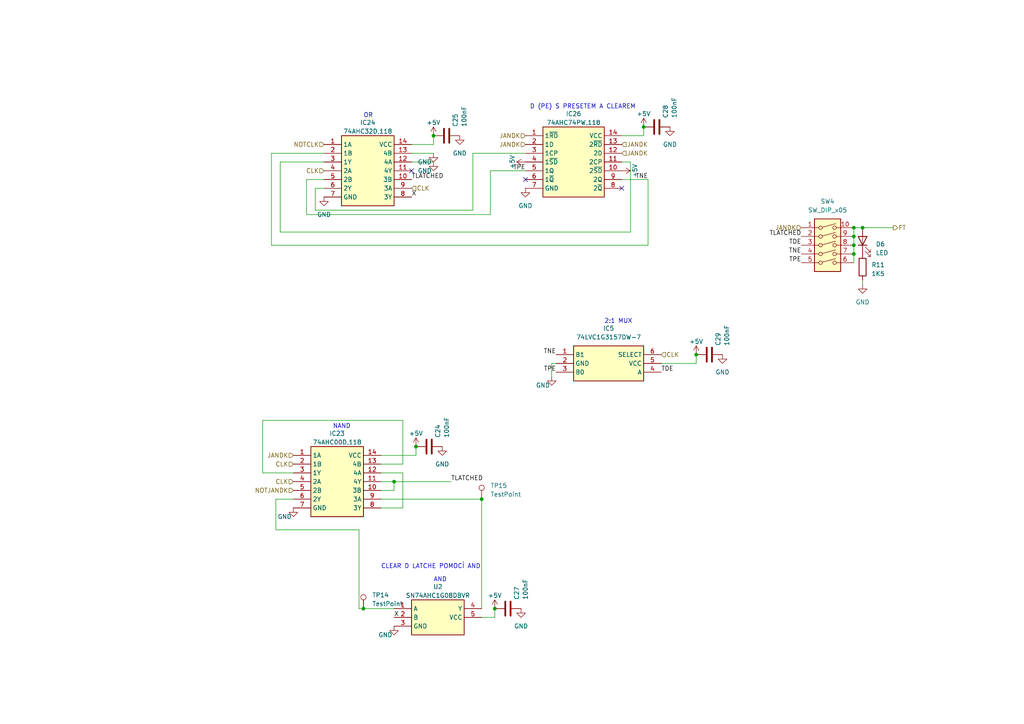
<source format=kicad_sch>
(kicad_sch
	(version 20231120)
	(generator "eeschema")
	(generator_version "8.0")
	(uuid "e438a524-8508-40eb-b599-eb1844d2a8bc")
	(paper "A4")
	(lib_symbols
		(symbol "AAAAAAAAAA:74AHC00D,118"
			(exclude_from_sim no)
			(in_bom yes)
			(on_board yes)
			(property "Reference" "IC"
				(at 21.59 7.62 0)
				(effects
					(font
						(size 1.27 1.27)
					)
					(justify left top)
				)
			)
			(property "Value" "74AHC00D,118"
				(at 21.59 5.08 0)
				(effects
					(font
						(size 1.27 1.27)
					)
					(justify left top)
				)
			)
			(property "Footprint" "SOIC127P600X175-14N"
				(at 21.59 -94.92 0)
				(effects
					(font
						(size 1.27 1.27)
					)
					(justify left top)
					(hide yes)
				)
			)
			(property "Datasheet" "https://assets.nexperia.com/documents/data-sheet/74AHC_AHCT00.pdf"
				(at 21.59 -194.92 0)
				(effects
					(font
						(size 1.27 1.27)
					)
					(justify left top)
					(hide yes)
				)
			)
			(property "Description" "74AHC(T)00 - Quad 2-input NAND gate@en-us"
				(at 0 0 0)
				(effects
					(font
						(size 1.27 1.27)
					)
					(hide yes)
				)
			)
			(property "Height" "1.75"
				(at 21.59 -394.92 0)
				(effects
					(font
						(size 1.27 1.27)
					)
					(justify left top)
					(hide yes)
				)
			)
			(property "TME Electronic Components Part Number" ""
				(at 21.59 -494.92 0)
				(effects
					(font
						(size 1.27 1.27)
					)
					(justify left top)
					(hide yes)
				)
			)
			(property "TME Electronic Components Price/Stock" ""
				(at 21.59 -594.92 0)
				(effects
					(font
						(size 1.27 1.27)
					)
					(justify left top)
					(hide yes)
				)
			)
			(property "Manufacturer_Name" "Nexperia"
				(at 21.59 -694.92 0)
				(effects
					(font
						(size 1.27 1.27)
					)
					(justify left top)
					(hide yes)
				)
			)
			(property "Manufacturer_Part_Number" "74AHC00D,118"
				(at 21.59 -794.92 0)
				(effects
					(font
						(size 1.27 1.27)
					)
					(justify left top)
					(hide yes)
				)
			)
			(symbol "74AHC00D,118_1_1"
				(rectangle
					(start 5.08 2.54)
					(end 20.32 -17.78)
					(stroke
						(width 0.254)
						(type default)
					)
					(fill
						(type background)
					)
				)
				(pin passive line
					(at 0 0 0)
					(length 5.08)
					(name "1A"
						(effects
							(font
								(size 1.27 1.27)
							)
						)
					)
					(number "1"
						(effects
							(font
								(size 1.27 1.27)
							)
						)
					)
				)
				(pin passive line
					(at 25.4 -10.16 180)
					(length 5.08)
					(name "3B"
						(effects
							(font
								(size 1.27 1.27)
							)
						)
					)
					(number "10"
						(effects
							(font
								(size 1.27 1.27)
							)
						)
					)
				)
				(pin passive line
					(at 25.4 -7.62 180)
					(length 5.08)
					(name "4Y"
						(effects
							(font
								(size 1.27 1.27)
							)
						)
					)
					(number "11"
						(effects
							(font
								(size 1.27 1.27)
							)
						)
					)
				)
				(pin passive line
					(at 25.4 -5.08 180)
					(length 5.08)
					(name "4A"
						(effects
							(font
								(size 1.27 1.27)
							)
						)
					)
					(number "12"
						(effects
							(font
								(size 1.27 1.27)
							)
						)
					)
				)
				(pin passive line
					(at 25.4 -2.54 180)
					(length 5.08)
					(name "4B"
						(effects
							(font
								(size 1.27 1.27)
							)
						)
					)
					(number "13"
						(effects
							(font
								(size 1.27 1.27)
							)
						)
					)
				)
				(pin passive line
					(at 25.4 0 180)
					(length 5.08)
					(name "VCC"
						(effects
							(font
								(size 1.27 1.27)
							)
						)
					)
					(number "14"
						(effects
							(font
								(size 1.27 1.27)
							)
						)
					)
				)
				(pin passive line
					(at 0 -2.54 0)
					(length 5.08)
					(name "1B"
						(effects
							(font
								(size 1.27 1.27)
							)
						)
					)
					(number "2"
						(effects
							(font
								(size 1.27 1.27)
							)
						)
					)
				)
				(pin passive line
					(at 0 -5.08 0)
					(length 5.08)
					(name "1Y"
						(effects
							(font
								(size 1.27 1.27)
							)
						)
					)
					(number "3"
						(effects
							(font
								(size 1.27 1.27)
							)
						)
					)
				)
				(pin passive line
					(at 0 -7.62 0)
					(length 5.08)
					(name "2A"
						(effects
							(font
								(size 1.27 1.27)
							)
						)
					)
					(number "4"
						(effects
							(font
								(size 1.27 1.27)
							)
						)
					)
				)
				(pin passive line
					(at 0 -10.16 0)
					(length 5.08)
					(name "2B"
						(effects
							(font
								(size 1.27 1.27)
							)
						)
					)
					(number "5"
						(effects
							(font
								(size 1.27 1.27)
							)
						)
					)
				)
				(pin passive line
					(at 0 -12.7 0)
					(length 5.08)
					(name "2Y"
						(effects
							(font
								(size 1.27 1.27)
							)
						)
					)
					(number "6"
						(effects
							(font
								(size 1.27 1.27)
							)
						)
					)
				)
				(pin passive line
					(at 0 -15.24 0)
					(length 5.08)
					(name "GND"
						(effects
							(font
								(size 1.27 1.27)
							)
						)
					)
					(number "7"
						(effects
							(font
								(size 1.27 1.27)
							)
						)
					)
				)
				(pin passive line
					(at 25.4 -15.24 180)
					(length 5.08)
					(name "3Y"
						(effects
							(font
								(size 1.27 1.27)
							)
						)
					)
					(number "8"
						(effects
							(font
								(size 1.27 1.27)
							)
						)
					)
				)
				(pin passive line
					(at 25.4 -12.7 180)
					(length 5.08)
					(name "3A"
						(effects
							(font
								(size 1.27 1.27)
							)
						)
					)
					(number "9"
						(effects
							(font
								(size 1.27 1.27)
							)
						)
					)
				)
			)
		)
		(symbol "AAAAAAAAAA:74AHC32D,118"
			(exclude_from_sim no)
			(in_bom yes)
			(on_board yes)
			(property "Reference" "IC"
				(at 21.59 7.62 0)
				(effects
					(font
						(size 1.27 1.27)
					)
					(justify left top)
				)
			)
			(property "Value" "74AHC32D,118"
				(at 21.59 5.08 0)
				(effects
					(font
						(size 1.27 1.27)
					)
					(justify left top)
				)
			)
			(property "Footprint" "SOIC127P600X175-14N"
				(at 21.59 -94.92 0)
				(effects
					(font
						(size 1.27 1.27)
					)
					(justify left top)
					(hide yes)
				)
			)
			(property "Datasheet" "https://assets.nexperia.com/documents/data-sheet/74AHC_AHCT32.pdf"
				(at 21.59 -194.92 0)
				(effects
					(font
						(size 1.27 1.27)
					)
					(justify left top)
					(hide yes)
				)
			)
			(property "Description" "74AHC(T)32 - Quad 2-input OR gate@en-us"
				(at 0 0 0)
				(effects
					(font
						(size 1.27 1.27)
					)
					(hide yes)
				)
			)
			(property "Height" "1.75"
				(at 21.59 -394.92 0)
				(effects
					(font
						(size 1.27 1.27)
					)
					(justify left top)
					(hide yes)
				)
			)
			(property "TME Electronic Components Part Number" ""
				(at 21.59 -494.92 0)
				(effects
					(font
						(size 1.27 1.27)
					)
					(justify left top)
					(hide yes)
				)
			)
			(property "TME Electronic Components Price/Stock" ""
				(at 21.59 -594.92 0)
				(effects
					(font
						(size 1.27 1.27)
					)
					(justify left top)
					(hide yes)
				)
			)
			(property "Manufacturer_Name" "Nexperia"
				(at 21.59 -694.92 0)
				(effects
					(font
						(size 1.27 1.27)
					)
					(justify left top)
					(hide yes)
				)
			)
			(property "Manufacturer_Part_Number" "74AHC32D,118"
				(at 21.59 -794.92 0)
				(effects
					(font
						(size 1.27 1.27)
					)
					(justify left top)
					(hide yes)
				)
			)
			(symbol "74AHC32D,118_1_1"
				(rectangle
					(start 5.08 2.54)
					(end 20.32 -17.78)
					(stroke
						(width 0.254)
						(type default)
					)
					(fill
						(type background)
					)
				)
				(pin passive line
					(at 0 0 0)
					(length 5.08)
					(name "1A"
						(effects
							(font
								(size 1.27 1.27)
							)
						)
					)
					(number "1"
						(effects
							(font
								(size 1.27 1.27)
							)
						)
					)
				)
				(pin passive line
					(at 25.4 -10.16 180)
					(length 5.08)
					(name "3B"
						(effects
							(font
								(size 1.27 1.27)
							)
						)
					)
					(number "10"
						(effects
							(font
								(size 1.27 1.27)
							)
						)
					)
				)
				(pin passive line
					(at 25.4 -7.62 180)
					(length 5.08)
					(name "4Y"
						(effects
							(font
								(size 1.27 1.27)
							)
						)
					)
					(number "11"
						(effects
							(font
								(size 1.27 1.27)
							)
						)
					)
				)
				(pin passive line
					(at 25.4 -5.08 180)
					(length 5.08)
					(name "4A"
						(effects
							(font
								(size 1.27 1.27)
							)
						)
					)
					(number "12"
						(effects
							(font
								(size 1.27 1.27)
							)
						)
					)
				)
				(pin passive line
					(at 25.4 -2.54 180)
					(length 5.08)
					(name "4B"
						(effects
							(font
								(size 1.27 1.27)
							)
						)
					)
					(number "13"
						(effects
							(font
								(size 1.27 1.27)
							)
						)
					)
				)
				(pin passive line
					(at 25.4 0 180)
					(length 5.08)
					(name "VCC"
						(effects
							(font
								(size 1.27 1.27)
							)
						)
					)
					(number "14"
						(effects
							(font
								(size 1.27 1.27)
							)
						)
					)
				)
				(pin passive line
					(at 0 -2.54 0)
					(length 5.08)
					(name "1B"
						(effects
							(font
								(size 1.27 1.27)
							)
						)
					)
					(number "2"
						(effects
							(font
								(size 1.27 1.27)
							)
						)
					)
				)
				(pin passive line
					(at 0 -5.08 0)
					(length 5.08)
					(name "1Y"
						(effects
							(font
								(size 1.27 1.27)
							)
						)
					)
					(number "3"
						(effects
							(font
								(size 1.27 1.27)
							)
						)
					)
				)
				(pin passive line
					(at 0 -7.62 0)
					(length 5.08)
					(name "2A"
						(effects
							(font
								(size 1.27 1.27)
							)
						)
					)
					(number "4"
						(effects
							(font
								(size 1.27 1.27)
							)
						)
					)
				)
				(pin passive line
					(at 0 -10.16 0)
					(length 5.08)
					(name "2B"
						(effects
							(font
								(size 1.27 1.27)
							)
						)
					)
					(number "5"
						(effects
							(font
								(size 1.27 1.27)
							)
						)
					)
				)
				(pin passive line
					(at 0 -12.7 0)
					(length 5.08)
					(name "2Y"
						(effects
							(font
								(size 1.27 1.27)
							)
						)
					)
					(number "6"
						(effects
							(font
								(size 1.27 1.27)
							)
						)
					)
				)
				(pin passive line
					(at 0 -15.24 0)
					(length 5.08)
					(name "GND"
						(effects
							(font
								(size 1.27 1.27)
							)
						)
					)
					(number "7"
						(effects
							(font
								(size 1.27 1.27)
							)
						)
					)
				)
				(pin passive line
					(at 25.4 -15.24 180)
					(length 5.08)
					(name "3Y"
						(effects
							(font
								(size 1.27 1.27)
							)
						)
					)
					(number "8"
						(effects
							(font
								(size 1.27 1.27)
							)
						)
					)
				)
				(pin passive line
					(at 25.4 -12.7 180)
					(length 5.08)
					(name "3A"
						(effects
							(font
								(size 1.27 1.27)
							)
						)
					)
					(number "9"
						(effects
							(font
								(size 1.27 1.27)
							)
						)
					)
				)
			)
		)
		(symbol "AAAAAAAAAA:74AHC74PW,118"
			(exclude_from_sim no)
			(in_bom yes)
			(on_board yes)
			(property "Reference" "IC"
				(at 24.13 7.62 0)
				(effects
					(font
						(size 1.27 1.27)
					)
					(justify left top)
				)
			)
			(property "Value" "74AHC74PW,118"
				(at 24.13 5.08 0)
				(effects
					(font
						(size 1.27 1.27)
					)
					(justify left top)
				)
			)
			(property "Footprint" "SOP65P640X110-14N"
				(at 24.13 -94.92 0)
				(effects
					(font
						(size 1.27 1.27)
					)
					(justify left top)
					(hide yes)
				)
			)
			(property "Datasheet" "https://assets.nexperia.com/documents/data-sheet/74AHC_AHCT74.pdf"
				(at 24.13 -194.92 0)
				(effects
					(font
						(size 1.27 1.27)
					)
					(justify left top)
					(hide yes)
				)
			)
			(property "Description" "74AHC(T)74 - Dual D-type flip-flop with set and reset; positive-edge trigger@en-us"
				(at 0 0 0)
				(effects
					(font
						(size 1.27 1.27)
					)
					(hide yes)
				)
			)
			(property "Height" "1.1"
				(at 24.13 -394.92 0)
				(effects
					(font
						(size 1.27 1.27)
					)
					(justify left top)
					(hide yes)
				)
			)
			(property "TME Electronic Components Part Number" ""
				(at 24.13 -494.92 0)
				(effects
					(font
						(size 1.27 1.27)
					)
					(justify left top)
					(hide yes)
				)
			)
			(property "TME Electronic Components Price/Stock" ""
				(at 24.13 -594.92 0)
				(effects
					(font
						(size 1.27 1.27)
					)
					(justify left top)
					(hide yes)
				)
			)
			(property "Manufacturer_Name" "Nexperia"
				(at 24.13 -694.92 0)
				(effects
					(font
						(size 1.27 1.27)
					)
					(justify left top)
					(hide yes)
				)
			)
			(property "Manufacturer_Part_Number" "74AHC74PW,118"
				(at 24.13 -794.92 0)
				(effects
					(font
						(size 1.27 1.27)
					)
					(justify left top)
					(hide yes)
				)
			)
			(symbol "74AHC74PW,118_1_1"
				(rectangle
					(start 5.08 2.54)
					(end 22.86 -17.78)
					(stroke
						(width 0.254)
						(type default)
					)
					(fill
						(type background)
					)
				)
				(pin passive line
					(at 0 0 0)
					(length 5.08)
					(name "1~{RD}"
						(effects
							(font
								(size 1.27 1.27)
							)
						)
					)
					(number "1"
						(effects
							(font
								(size 1.27 1.27)
							)
						)
					)
				)
				(pin passive line
					(at 27.94 -10.16 180)
					(length 5.08)
					(name "2~{SD}"
						(effects
							(font
								(size 1.27 1.27)
							)
						)
					)
					(number "10"
						(effects
							(font
								(size 1.27 1.27)
							)
						)
					)
				)
				(pin passive line
					(at 27.94 -7.62 180)
					(length 5.08)
					(name "2CP"
						(effects
							(font
								(size 1.27 1.27)
							)
						)
					)
					(number "11"
						(effects
							(font
								(size 1.27 1.27)
							)
						)
					)
				)
				(pin passive line
					(at 27.94 -5.08 180)
					(length 5.08)
					(name "2D"
						(effects
							(font
								(size 1.27 1.27)
							)
						)
					)
					(number "12"
						(effects
							(font
								(size 1.27 1.27)
							)
						)
					)
				)
				(pin passive line
					(at 27.94 -2.54 180)
					(length 5.08)
					(name "2~{RD}"
						(effects
							(font
								(size 1.27 1.27)
							)
						)
					)
					(number "13"
						(effects
							(font
								(size 1.27 1.27)
							)
						)
					)
				)
				(pin passive line
					(at 27.94 0 180)
					(length 5.08)
					(name "VCC"
						(effects
							(font
								(size 1.27 1.27)
							)
						)
					)
					(number "14"
						(effects
							(font
								(size 1.27 1.27)
							)
						)
					)
				)
				(pin passive line
					(at 0 -2.54 0)
					(length 5.08)
					(name "1D"
						(effects
							(font
								(size 1.27 1.27)
							)
						)
					)
					(number "2"
						(effects
							(font
								(size 1.27 1.27)
							)
						)
					)
				)
				(pin passive line
					(at 0 -5.08 0)
					(length 5.08)
					(name "1CP"
						(effects
							(font
								(size 1.27 1.27)
							)
						)
					)
					(number "3"
						(effects
							(font
								(size 1.27 1.27)
							)
						)
					)
				)
				(pin passive line
					(at 0 -7.62 0)
					(length 5.08)
					(name "1~{SD}"
						(effects
							(font
								(size 1.27 1.27)
							)
						)
					)
					(number "4"
						(effects
							(font
								(size 1.27 1.27)
							)
						)
					)
				)
				(pin passive line
					(at 0 -10.16 0)
					(length 5.08)
					(name "1Q"
						(effects
							(font
								(size 1.27 1.27)
							)
						)
					)
					(number "5"
						(effects
							(font
								(size 1.27 1.27)
							)
						)
					)
				)
				(pin passive line
					(at 0 -12.7 0)
					(length 5.08)
					(name "1~{Q}"
						(effects
							(font
								(size 1.27 1.27)
							)
						)
					)
					(number "6"
						(effects
							(font
								(size 1.27 1.27)
							)
						)
					)
				)
				(pin passive line
					(at 0 -15.24 0)
					(length 5.08)
					(name "GND"
						(effects
							(font
								(size 1.27 1.27)
							)
						)
					)
					(number "7"
						(effects
							(font
								(size 1.27 1.27)
							)
						)
					)
				)
				(pin passive line
					(at 27.94 -15.24 180)
					(length 5.08)
					(name "2~{Q}"
						(effects
							(font
								(size 1.27 1.27)
							)
						)
					)
					(number "8"
						(effects
							(font
								(size 1.27 1.27)
							)
						)
					)
				)
				(pin passive line
					(at 27.94 -12.7 180)
					(length 5.08)
					(name "2Q"
						(effects
							(font
								(size 1.27 1.27)
							)
						)
					)
					(number "9"
						(effects
							(font
								(size 1.27 1.27)
							)
						)
					)
				)
			)
		)
		(symbol "AAAAAAAAAA:74LVC1G3157DW-7"
			(exclude_from_sim no)
			(in_bom yes)
			(on_board yes)
			(property "Reference" "IC"
				(at 26.67 7.62 0)
				(effects
					(font
						(size 1.27 1.27)
					)
					(justify left top)
				)
			)
			(property "Value" "74LVC1G3157DW-7"
				(at 26.67 5.08 0)
				(effects
					(font
						(size 1.27 1.27)
					)
					(justify left top)
				)
			)
			(property "Footprint" "SOT65P210X110-6N"
				(at 26.67 -94.92 0)
				(effects
					(font
						(size 1.27 1.27)
					)
					(justify left top)
					(hide yes)
				)
			)
			(property "Datasheet" "https://www.diodes.com//assets/Datasheets/74LVC1G3157.pdf"
				(at 26.67 -194.92 0)
				(effects
					(font
						(size 1.27 1.27)
					)
					(justify left top)
					(hide yes)
				)
			)
			(property "Description" "Multiplexer Switch ICs Logic LVC 1 Gate  Wide Supply Voltage Range from 1.65 to 5.5V  Control Pin Includes Hysteresis Allowing for Slower Input Rise and Fall Times  CMOS Low Power Consumption  Very Low ON-State Resistance  7.5 (typical) at VCC = 2.7V  6.5 (typical) at VCC = 3.3V  6 (typical) at VCC = 4.5V  Break Before Make Switching  Control Input accepts up to 5.5V Regardless of Vcc.  Direct Interface with TTL Levels when VCC = 3.3V  ESD Protection Tested per JESD 22  Exceeds 2"
				(at 0 0 0)
				(effects
					(font
						(size 1.27 1.27)
					)
					(hide yes)
				)
			)
			(property "Height" "1.1"
				(at 26.67 -394.92 0)
				(effects
					(font
						(size 1.27 1.27)
					)
					(justify left top)
					(hide yes)
				)
			)
			(property "TME Electronic Components Part Number" ""
				(at 26.67 -494.92 0)
				(effects
					(font
						(size 1.27 1.27)
					)
					(justify left top)
					(hide yes)
				)
			)
			(property "TME Electronic Components Price/Stock" ""
				(at 26.67 -594.92 0)
				(effects
					(font
						(size 1.27 1.27)
					)
					(justify left top)
					(hide yes)
				)
			)
			(property "Manufacturer_Name" "Diodes Incorporated"
				(at 26.67 -694.92 0)
				(effects
					(font
						(size 1.27 1.27)
					)
					(justify left top)
					(hide yes)
				)
			)
			(property "Manufacturer_Part_Number" "74LVC1G3157DW-7"
				(at 26.67 -794.92 0)
				(effects
					(font
						(size 1.27 1.27)
					)
					(justify left top)
					(hide yes)
				)
			)
			(symbol "74LVC1G3157DW-7_1_1"
				(rectangle
					(start 5.08 2.54)
					(end 25.4 -7.62)
					(stroke
						(width 0.254)
						(type default)
					)
					(fill
						(type background)
					)
				)
				(pin passive line
					(at 0 0 0)
					(length 5.08)
					(name "B1"
						(effects
							(font
								(size 1.27 1.27)
							)
						)
					)
					(number "1"
						(effects
							(font
								(size 1.27 1.27)
							)
						)
					)
				)
				(pin passive line
					(at 0 -2.54 0)
					(length 5.08)
					(name "GND"
						(effects
							(font
								(size 1.27 1.27)
							)
						)
					)
					(number "2"
						(effects
							(font
								(size 1.27 1.27)
							)
						)
					)
				)
				(pin passive line
					(at 0 -5.08 0)
					(length 5.08)
					(name "B0"
						(effects
							(font
								(size 1.27 1.27)
							)
						)
					)
					(number "3"
						(effects
							(font
								(size 1.27 1.27)
							)
						)
					)
				)
				(pin passive line
					(at 30.48 -5.08 180)
					(length 5.08)
					(name "A"
						(effects
							(font
								(size 1.27 1.27)
							)
						)
					)
					(number "4"
						(effects
							(font
								(size 1.27 1.27)
							)
						)
					)
				)
				(pin passive line
					(at 30.48 -2.54 180)
					(length 5.08)
					(name "VCC"
						(effects
							(font
								(size 1.27 1.27)
							)
						)
					)
					(number "5"
						(effects
							(font
								(size 1.27 1.27)
							)
						)
					)
				)
				(pin passive line
					(at 30.48 0 180)
					(length 5.08)
					(name "SELECT"
						(effects
							(font
								(size 1.27 1.27)
							)
						)
					)
					(number "6"
						(effects
							(font
								(size 1.27 1.27)
							)
						)
					)
				)
			)
		)
		(symbol "AAAAAAAAAA:SN74AHC1G08DBVR"
			(exclude_from_sim no)
			(in_bom yes)
			(on_board yes)
			(property "Reference" "U"
				(at 21.59 7.62 0)
				(effects
					(font
						(size 1.27 1.27)
					)
					(justify left top)
				)
			)
			(property "Value" "SN74AHC1G08DBVR"
				(at 21.59 5.08 0)
				(effects
					(font
						(size 1.27 1.27)
					)
					(justify left top)
				)
			)
			(property "Footprint" "SOT95P280X145-5N"
				(at 21.59 -94.92 0)
				(effects
					(font
						(size 1.27 1.27)
					)
					(justify left top)
					(hide yes)
				)
			)
			(property "Datasheet" "http://www.ti.com/general/docs/lit/getliterature.tsp?genericPartNumber=SN74AHC1G08&&fileType=pdf"
				(at 21.59 -194.92 0)
				(effects
					(font
						(size 1.27 1.27)
					)
					(justify left top)
					(hide yes)
				)
			)
			(property "Description" "Texas Instruments SN74AHC1G08DBVR, 2-Input AND Logic Gate, 2  5.5 V, 5-Pin SOT-23"
				(at 0 0 0)
				(effects
					(font
						(size 1.27 1.27)
					)
					(hide yes)
				)
			)
			(property "Height" "1.45"
				(at 21.59 -394.92 0)
				(effects
					(font
						(size 1.27 1.27)
					)
					(justify left top)
					(hide yes)
				)
			)
			(property "TME Electronic Components Part Number" ""
				(at 21.59 -494.92 0)
				(effects
					(font
						(size 1.27 1.27)
					)
					(justify left top)
					(hide yes)
				)
			)
			(property "TME Electronic Components Price/Stock" ""
				(at 21.59 -594.92 0)
				(effects
					(font
						(size 1.27 1.27)
					)
					(justify left top)
					(hide yes)
				)
			)
			(property "Manufacturer_Name" "Texas Instruments"
				(at 21.59 -694.92 0)
				(effects
					(font
						(size 1.27 1.27)
					)
					(justify left top)
					(hide yes)
				)
			)
			(property "Manufacturer_Part_Number" "SN74AHC1G08DBVR"
				(at 21.59 -794.92 0)
				(effects
					(font
						(size 1.27 1.27)
					)
					(justify left top)
					(hide yes)
				)
			)
			(symbol "SN74AHC1G08DBVR_1_1"
				(rectangle
					(start 5.08 2.54)
					(end 20.32 -7.62)
					(stroke
						(width 0.254)
						(type default)
					)
					(fill
						(type background)
					)
				)
				(pin passive line
					(at 0 0 0)
					(length 5.08)
					(name "A"
						(effects
							(font
								(size 1.27 1.27)
							)
						)
					)
					(number "1"
						(effects
							(font
								(size 1.27 1.27)
							)
						)
					)
				)
				(pin passive line
					(at 0 -2.54 0)
					(length 5.08)
					(name "B"
						(effects
							(font
								(size 1.27 1.27)
							)
						)
					)
					(number "2"
						(effects
							(font
								(size 1.27 1.27)
							)
						)
					)
				)
				(pin passive line
					(at 0 -5.08 0)
					(length 5.08)
					(name "GND"
						(effects
							(font
								(size 1.27 1.27)
							)
						)
					)
					(number "3"
						(effects
							(font
								(size 1.27 1.27)
							)
						)
					)
				)
				(pin passive line
					(at 25.4 0 180)
					(length 5.08)
					(name "Y"
						(effects
							(font
								(size 1.27 1.27)
							)
						)
					)
					(number "4"
						(effects
							(font
								(size 1.27 1.27)
							)
						)
					)
				)
				(pin passive line
					(at 25.4 -2.54 180)
					(length 5.08)
					(name "VCC"
						(effects
							(font
								(size 1.27 1.27)
							)
						)
					)
					(number "5"
						(effects
							(font
								(size 1.27 1.27)
							)
						)
					)
				)
			)
		)
		(symbol "Connector:TestPoint"
			(pin_numbers hide)
			(pin_names
				(offset 0.762) hide)
			(exclude_from_sim no)
			(in_bom yes)
			(on_board yes)
			(property "Reference" "TP"
				(at 0 6.858 0)
				(effects
					(font
						(size 1.27 1.27)
					)
				)
			)
			(property "Value" "TestPoint"
				(at 0 5.08 0)
				(effects
					(font
						(size 1.27 1.27)
					)
				)
			)
			(property "Footprint" ""
				(at 5.08 0 0)
				(effects
					(font
						(size 1.27 1.27)
					)
					(hide yes)
				)
			)
			(property "Datasheet" "~"
				(at 5.08 0 0)
				(effects
					(font
						(size 1.27 1.27)
					)
					(hide yes)
				)
			)
			(property "Description" "test point"
				(at 0 0 0)
				(effects
					(font
						(size 1.27 1.27)
					)
					(hide yes)
				)
			)
			(property "ki_keywords" "test point tp"
				(at 0 0 0)
				(effects
					(font
						(size 1.27 1.27)
					)
					(hide yes)
				)
			)
			(property "ki_fp_filters" "Pin* Test*"
				(at 0 0 0)
				(effects
					(font
						(size 1.27 1.27)
					)
					(hide yes)
				)
			)
			(symbol "TestPoint_0_1"
				(circle
					(center 0 3.302)
					(radius 0.762)
					(stroke
						(width 0)
						(type default)
					)
					(fill
						(type none)
					)
				)
			)
			(symbol "TestPoint_1_1"
				(pin passive line
					(at 0 0 90)
					(length 2.54)
					(name "1"
						(effects
							(font
								(size 1.27 1.27)
							)
						)
					)
					(number "1"
						(effects
							(font
								(size 1.27 1.27)
							)
						)
					)
				)
			)
		)
		(symbol "Device:C"
			(pin_numbers hide)
			(pin_names
				(offset 0.254)
			)
			(exclude_from_sim no)
			(in_bom yes)
			(on_board yes)
			(property "Reference" "C"
				(at 0.635 2.54 0)
				(effects
					(font
						(size 1.27 1.27)
					)
					(justify left)
				)
			)
			(property "Value" "C"
				(at 0.635 -2.54 0)
				(effects
					(font
						(size 1.27 1.27)
					)
					(justify left)
				)
			)
			(property "Footprint" ""
				(at 0.9652 -3.81 0)
				(effects
					(font
						(size 1.27 1.27)
					)
					(hide yes)
				)
			)
			(property "Datasheet" "~"
				(at 0 0 0)
				(effects
					(font
						(size 1.27 1.27)
					)
					(hide yes)
				)
			)
			(property "Description" "Unpolarized capacitor"
				(at 0 0 0)
				(effects
					(font
						(size 1.27 1.27)
					)
					(hide yes)
				)
			)
			(property "ki_keywords" "cap capacitor"
				(at 0 0 0)
				(effects
					(font
						(size 1.27 1.27)
					)
					(hide yes)
				)
			)
			(property "ki_fp_filters" "C_*"
				(at 0 0 0)
				(effects
					(font
						(size 1.27 1.27)
					)
					(hide yes)
				)
			)
			(symbol "C_0_1"
				(polyline
					(pts
						(xy -2.032 -0.762) (xy 2.032 -0.762)
					)
					(stroke
						(width 0.508)
						(type default)
					)
					(fill
						(type none)
					)
				)
				(polyline
					(pts
						(xy -2.032 0.762) (xy 2.032 0.762)
					)
					(stroke
						(width 0.508)
						(type default)
					)
					(fill
						(type none)
					)
				)
			)
			(symbol "C_1_1"
				(pin passive line
					(at 0 3.81 270)
					(length 2.794)
					(name "~"
						(effects
							(font
								(size 1.27 1.27)
							)
						)
					)
					(number "1"
						(effects
							(font
								(size 1.27 1.27)
							)
						)
					)
				)
				(pin passive line
					(at 0 -3.81 90)
					(length 2.794)
					(name "~"
						(effects
							(font
								(size 1.27 1.27)
							)
						)
					)
					(number "2"
						(effects
							(font
								(size 1.27 1.27)
							)
						)
					)
				)
			)
		)
		(symbol "Device:LED"
			(pin_numbers hide)
			(pin_names
				(offset 1.016) hide)
			(exclude_from_sim no)
			(in_bom yes)
			(on_board yes)
			(property "Reference" "D"
				(at 0 2.54 0)
				(effects
					(font
						(size 1.27 1.27)
					)
				)
			)
			(property "Value" "LED"
				(at 0 -2.54 0)
				(effects
					(font
						(size 1.27 1.27)
					)
				)
			)
			(property "Footprint" ""
				(at 0 0 0)
				(effects
					(font
						(size 1.27 1.27)
					)
					(hide yes)
				)
			)
			(property "Datasheet" "~"
				(at 0 0 0)
				(effects
					(font
						(size 1.27 1.27)
					)
					(hide yes)
				)
			)
			(property "Description" "Light emitting diode"
				(at 0 0 0)
				(effects
					(font
						(size 1.27 1.27)
					)
					(hide yes)
				)
			)
			(property "ki_keywords" "LED diode"
				(at 0 0 0)
				(effects
					(font
						(size 1.27 1.27)
					)
					(hide yes)
				)
			)
			(property "ki_fp_filters" "LED* LED_SMD:* LED_THT:*"
				(at 0 0 0)
				(effects
					(font
						(size 1.27 1.27)
					)
					(hide yes)
				)
			)
			(symbol "LED_0_1"
				(polyline
					(pts
						(xy -1.27 -1.27) (xy -1.27 1.27)
					)
					(stroke
						(width 0.254)
						(type default)
					)
					(fill
						(type none)
					)
				)
				(polyline
					(pts
						(xy -1.27 0) (xy 1.27 0)
					)
					(stroke
						(width 0)
						(type default)
					)
					(fill
						(type none)
					)
				)
				(polyline
					(pts
						(xy 1.27 -1.27) (xy 1.27 1.27) (xy -1.27 0) (xy 1.27 -1.27)
					)
					(stroke
						(width 0.254)
						(type default)
					)
					(fill
						(type none)
					)
				)
				(polyline
					(pts
						(xy -3.048 -0.762) (xy -4.572 -2.286) (xy -3.81 -2.286) (xy -4.572 -2.286) (xy -4.572 -1.524)
					)
					(stroke
						(width 0)
						(type default)
					)
					(fill
						(type none)
					)
				)
				(polyline
					(pts
						(xy -1.778 -0.762) (xy -3.302 -2.286) (xy -2.54 -2.286) (xy -3.302 -2.286) (xy -3.302 -1.524)
					)
					(stroke
						(width 0)
						(type default)
					)
					(fill
						(type none)
					)
				)
			)
			(symbol "LED_1_1"
				(pin passive line
					(at -3.81 0 0)
					(length 2.54)
					(name "K"
						(effects
							(font
								(size 1.27 1.27)
							)
						)
					)
					(number "1"
						(effects
							(font
								(size 1.27 1.27)
							)
						)
					)
				)
				(pin passive line
					(at 3.81 0 180)
					(length 2.54)
					(name "A"
						(effects
							(font
								(size 1.27 1.27)
							)
						)
					)
					(number "2"
						(effects
							(font
								(size 1.27 1.27)
							)
						)
					)
				)
			)
		)
		(symbol "Device:R"
			(pin_numbers hide)
			(pin_names
				(offset 0)
			)
			(exclude_from_sim no)
			(in_bom yes)
			(on_board yes)
			(property "Reference" "R"
				(at 2.032 0 90)
				(effects
					(font
						(size 1.27 1.27)
					)
				)
			)
			(property "Value" "R"
				(at 0 0 90)
				(effects
					(font
						(size 1.27 1.27)
					)
				)
			)
			(property "Footprint" ""
				(at -1.778 0 90)
				(effects
					(font
						(size 1.27 1.27)
					)
					(hide yes)
				)
			)
			(property "Datasheet" "~"
				(at 0 0 0)
				(effects
					(font
						(size 1.27 1.27)
					)
					(hide yes)
				)
			)
			(property "Description" "Resistor"
				(at 0 0 0)
				(effects
					(font
						(size 1.27 1.27)
					)
					(hide yes)
				)
			)
			(property "ki_keywords" "R res resistor"
				(at 0 0 0)
				(effects
					(font
						(size 1.27 1.27)
					)
					(hide yes)
				)
			)
			(property "ki_fp_filters" "R_*"
				(at 0 0 0)
				(effects
					(font
						(size 1.27 1.27)
					)
					(hide yes)
				)
			)
			(symbol "R_0_1"
				(rectangle
					(start -1.016 -2.54)
					(end 1.016 2.54)
					(stroke
						(width 0.254)
						(type default)
					)
					(fill
						(type none)
					)
				)
			)
			(symbol "R_1_1"
				(pin passive line
					(at 0 3.81 270)
					(length 1.27)
					(name "~"
						(effects
							(font
								(size 1.27 1.27)
							)
						)
					)
					(number "1"
						(effects
							(font
								(size 1.27 1.27)
							)
						)
					)
				)
				(pin passive line
					(at 0 -3.81 90)
					(length 1.27)
					(name "~"
						(effects
							(font
								(size 1.27 1.27)
							)
						)
					)
					(number "2"
						(effects
							(font
								(size 1.27 1.27)
							)
						)
					)
				)
			)
		)
		(symbol "Switch:SW_DIP_x05"
			(pin_names
				(offset 0) hide)
			(exclude_from_sim no)
			(in_bom yes)
			(on_board yes)
			(property "Reference" "SW"
				(at 0 8.89 0)
				(effects
					(font
						(size 1.27 1.27)
					)
				)
			)
			(property "Value" "SW_DIP_x05"
				(at 0 -8.89 0)
				(effects
					(font
						(size 1.27 1.27)
					)
				)
			)
			(property "Footprint" ""
				(at 0 0 0)
				(effects
					(font
						(size 1.27 1.27)
					)
					(hide yes)
				)
			)
			(property "Datasheet" "~"
				(at 0 0 0)
				(effects
					(font
						(size 1.27 1.27)
					)
					(hide yes)
				)
			)
			(property "Description" "5x DIP Switch, Single Pole Single Throw (SPST) switch, small symbol"
				(at 0 0 0)
				(effects
					(font
						(size 1.27 1.27)
					)
					(hide yes)
				)
			)
			(property "ki_keywords" "dip switch"
				(at 0 0 0)
				(effects
					(font
						(size 1.27 1.27)
					)
					(hide yes)
				)
			)
			(property "ki_fp_filters" "SW?DIP?x5*"
				(at 0 0 0)
				(effects
					(font
						(size 1.27 1.27)
					)
					(hide yes)
				)
			)
			(symbol "SW_DIP_x05_0_0"
				(circle
					(center -2.032 -5.08)
					(radius 0.508)
					(stroke
						(width 0)
						(type default)
					)
					(fill
						(type none)
					)
				)
				(circle
					(center -2.032 -2.54)
					(radius 0.508)
					(stroke
						(width 0)
						(type default)
					)
					(fill
						(type none)
					)
				)
				(circle
					(center -2.032 0)
					(radius 0.508)
					(stroke
						(width 0)
						(type default)
					)
					(fill
						(type none)
					)
				)
				(circle
					(center -2.032 2.54)
					(radius 0.508)
					(stroke
						(width 0)
						(type default)
					)
					(fill
						(type none)
					)
				)
				(circle
					(center -2.032 5.08)
					(radius 0.508)
					(stroke
						(width 0)
						(type default)
					)
					(fill
						(type none)
					)
				)
				(polyline
					(pts
						(xy -1.524 -4.9276) (xy 2.3622 -3.8862)
					)
					(stroke
						(width 0)
						(type default)
					)
					(fill
						(type none)
					)
				)
				(polyline
					(pts
						(xy -1.524 -2.3876) (xy 2.3622 -1.3462)
					)
					(stroke
						(width 0)
						(type default)
					)
					(fill
						(type none)
					)
				)
				(polyline
					(pts
						(xy -1.524 0.127) (xy 2.3622 1.1684)
					)
					(stroke
						(width 0)
						(type default)
					)
					(fill
						(type none)
					)
				)
				(polyline
					(pts
						(xy -1.524 2.667) (xy 2.3622 3.7084)
					)
					(stroke
						(width 0)
						(type default)
					)
					(fill
						(type none)
					)
				)
				(polyline
					(pts
						(xy -1.524 5.207) (xy 2.3622 6.2484)
					)
					(stroke
						(width 0)
						(type default)
					)
					(fill
						(type none)
					)
				)
				(circle
					(center 2.032 -5.08)
					(radius 0.508)
					(stroke
						(width 0)
						(type default)
					)
					(fill
						(type none)
					)
				)
				(circle
					(center 2.032 -2.54)
					(radius 0.508)
					(stroke
						(width 0)
						(type default)
					)
					(fill
						(type none)
					)
				)
				(circle
					(center 2.032 0)
					(radius 0.508)
					(stroke
						(width 0)
						(type default)
					)
					(fill
						(type none)
					)
				)
				(circle
					(center 2.032 2.54)
					(radius 0.508)
					(stroke
						(width 0)
						(type default)
					)
					(fill
						(type none)
					)
				)
				(circle
					(center 2.032 5.08)
					(radius 0.508)
					(stroke
						(width 0)
						(type default)
					)
					(fill
						(type none)
					)
				)
			)
			(symbol "SW_DIP_x05_0_1"
				(rectangle
					(start -3.81 7.62)
					(end 3.81 -7.62)
					(stroke
						(width 0.254)
						(type default)
					)
					(fill
						(type background)
					)
				)
			)
			(symbol "SW_DIP_x05_1_1"
				(pin passive line
					(at -7.62 5.08 0)
					(length 5.08)
					(name "~"
						(effects
							(font
								(size 1.27 1.27)
							)
						)
					)
					(number "1"
						(effects
							(font
								(size 1.27 1.27)
							)
						)
					)
				)
				(pin passive line
					(at 7.62 5.08 180)
					(length 5.08)
					(name "~"
						(effects
							(font
								(size 1.27 1.27)
							)
						)
					)
					(number "10"
						(effects
							(font
								(size 1.27 1.27)
							)
						)
					)
				)
				(pin passive line
					(at -7.62 2.54 0)
					(length 5.08)
					(name "~"
						(effects
							(font
								(size 1.27 1.27)
							)
						)
					)
					(number "2"
						(effects
							(font
								(size 1.27 1.27)
							)
						)
					)
				)
				(pin passive line
					(at -7.62 0 0)
					(length 5.08)
					(name "~"
						(effects
							(font
								(size 1.27 1.27)
							)
						)
					)
					(number "3"
						(effects
							(font
								(size 1.27 1.27)
							)
						)
					)
				)
				(pin passive line
					(at -7.62 -2.54 0)
					(length 5.08)
					(name "~"
						(effects
							(font
								(size 1.27 1.27)
							)
						)
					)
					(number "4"
						(effects
							(font
								(size 1.27 1.27)
							)
						)
					)
				)
				(pin passive line
					(at -7.62 -5.08 0)
					(length 5.08)
					(name "~"
						(effects
							(font
								(size 1.27 1.27)
							)
						)
					)
					(number "5"
						(effects
							(font
								(size 1.27 1.27)
							)
						)
					)
				)
				(pin passive line
					(at 7.62 -5.08 180)
					(length 5.08)
					(name "~"
						(effects
							(font
								(size 1.27 1.27)
							)
						)
					)
					(number "6"
						(effects
							(font
								(size 1.27 1.27)
							)
						)
					)
				)
				(pin passive line
					(at 7.62 -2.54 180)
					(length 5.08)
					(name "~"
						(effects
							(font
								(size 1.27 1.27)
							)
						)
					)
					(number "7"
						(effects
							(font
								(size 1.27 1.27)
							)
						)
					)
				)
				(pin passive line
					(at 7.62 0 180)
					(length 5.08)
					(name "~"
						(effects
							(font
								(size 1.27 1.27)
							)
						)
					)
					(number "8"
						(effects
							(font
								(size 1.27 1.27)
							)
						)
					)
				)
				(pin passive line
					(at 7.62 2.54 180)
					(length 5.08)
					(name "~"
						(effects
							(font
								(size 1.27 1.27)
							)
						)
					)
					(number "9"
						(effects
							(font
								(size 1.27 1.27)
							)
						)
					)
				)
			)
		)
		(symbol "power:+5V"
			(power)
			(pin_names
				(offset 0)
			)
			(exclude_from_sim no)
			(in_bom yes)
			(on_board yes)
			(property "Reference" "#PWR"
				(at 0 -3.81 0)
				(effects
					(font
						(size 1.27 1.27)
					)
					(hide yes)
				)
			)
			(property "Value" "+5V"
				(at 0 3.556 0)
				(effects
					(font
						(size 1.27 1.27)
					)
				)
			)
			(property "Footprint" ""
				(at 0 0 0)
				(effects
					(font
						(size 1.27 1.27)
					)
					(hide yes)
				)
			)
			(property "Datasheet" ""
				(at 0 0 0)
				(effects
					(font
						(size 1.27 1.27)
					)
					(hide yes)
				)
			)
			(property "Description" "Power symbol creates a global label with name \"+5V\""
				(at 0 0 0)
				(effects
					(font
						(size 1.27 1.27)
					)
					(hide yes)
				)
			)
			(property "ki_keywords" "global power"
				(at 0 0 0)
				(effects
					(font
						(size 1.27 1.27)
					)
					(hide yes)
				)
			)
			(symbol "+5V_0_1"
				(polyline
					(pts
						(xy -0.762 1.27) (xy 0 2.54)
					)
					(stroke
						(width 0)
						(type default)
					)
					(fill
						(type none)
					)
				)
				(polyline
					(pts
						(xy 0 0) (xy 0 2.54)
					)
					(stroke
						(width 0)
						(type default)
					)
					(fill
						(type none)
					)
				)
				(polyline
					(pts
						(xy 0 2.54) (xy 0.762 1.27)
					)
					(stroke
						(width 0)
						(type default)
					)
					(fill
						(type none)
					)
				)
			)
			(symbol "+5V_1_1"
				(pin power_in line
					(at 0 0 90)
					(length 0) hide
					(name "+5V"
						(effects
							(font
								(size 1.27 1.27)
							)
						)
					)
					(number "1"
						(effects
							(font
								(size 1.27 1.27)
							)
						)
					)
				)
			)
		)
		(symbol "power:GND"
			(power)
			(pin_names
				(offset 0)
			)
			(exclude_from_sim no)
			(in_bom yes)
			(on_board yes)
			(property "Reference" "#PWR"
				(at 0 -6.35 0)
				(effects
					(font
						(size 1.27 1.27)
					)
					(hide yes)
				)
			)
			(property "Value" "GND"
				(at 0 -3.81 0)
				(effects
					(font
						(size 1.27 1.27)
					)
				)
			)
			(property "Footprint" ""
				(at 0 0 0)
				(effects
					(font
						(size 1.27 1.27)
					)
					(hide yes)
				)
			)
			(property "Datasheet" ""
				(at 0 0 0)
				(effects
					(font
						(size 1.27 1.27)
					)
					(hide yes)
				)
			)
			(property "Description" "Power symbol creates a global label with name \"GND\" , ground"
				(at 0 0 0)
				(effects
					(font
						(size 1.27 1.27)
					)
					(hide yes)
				)
			)
			(property "ki_keywords" "global power"
				(at 0 0 0)
				(effects
					(font
						(size 1.27 1.27)
					)
					(hide yes)
				)
			)
			(symbol "GND_0_1"
				(polyline
					(pts
						(xy 0 0) (xy 0 -1.27) (xy 1.27 -1.27) (xy 0 -2.54) (xy -1.27 -1.27) (xy 0 -1.27)
					)
					(stroke
						(width 0)
						(type default)
					)
					(fill
						(type none)
					)
				)
			)
			(symbol "GND_1_1"
				(pin power_in line
					(at 0 0 270)
					(length 0) hide
					(name "GND"
						(effects
							(font
								(size 1.27 1.27)
							)
						)
					)
					(number "1"
						(effects
							(font
								(size 1.27 1.27)
							)
						)
					)
				)
			)
		)
	)
	(junction
		(at 120.65 129.54)
		(diameter 0)
		(color 0 0 0 0)
		(uuid "0bbc4b7b-ba44-4f58-8f11-3adef5212ccc")
	)
	(junction
		(at 105.41 176.53)
		(diameter 0)
		(color 0 0 0 0)
		(uuid "0c95c33c-45bd-46fb-b519-1b5a5ec54547")
	)
	(junction
		(at 143.51 176.53)
		(diameter 0)
		(color 0 0 0 0)
		(uuid "12a99c81-3d9e-4b6d-90ae-0888535e26a2")
	)
	(junction
		(at 247.65 73.66)
		(diameter 0)
		(color 0 0 0 0)
		(uuid "1b4f9fe1-d344-41cd-ae1c-aa1e51ba37a7")
	)
	(junction
		(at 139.7 144.78)
		(diameter 0)
		(color 0 0 0 0)
		(uuid "2b0d4323-5713-4b01-90e3-7d76f1593bce")
	)
	(junction
		(at 201.93 102.87)
		(diameter 0)
		(color 0 0 0 0)
		(uuid "3014aaee-9fb3-4ae8-81ad-f1a0ac9cedec")
	)
	(junction
		(at 250.19 66.04)
		(diameter 0)
		(color 0 0 0 0)
		(uuid "3a5df8ac-2f9f-45e1-a4cb-7757f538776c")
	)
	(junction
		(at 125.73 39.37)
		(diameter 0)
		(color 0 0 0 0)
		(uuid "4c65734a-27c6-44cf-9166-d9f8ad04ae19")
	)
	(junction
		(at 247.65 71.12)
		(diameter 0)
		(color 0 0 0 0)
		(uuid "53af36e0-91fe-46f1-b274-4b247e6af727")
	)
	(junction
		(at 247.65 66.04)
		(diameter 0)
		(color 0 0 0 0)
		(uuid "769acef1-2ddc-4b4b-a654-e6c598c28d90")
	)
	(junction
		(at 114.3 139.7)
		(diameter 0)
		(color 0 0 0 0)
		(uuid "a57b9f01-cb01-44e2-b90d-fabb6aee0208")
	)
	(junction
		(at 186.69 36.83)
		(diameter 0)
		(color 0 0 0 0)
		(uuid "bf76d988-3067-4ac3-8953-ecd6cba188bf")
	)
	(junction
		(at 247.65 68.58)
		(diameter 0)
		(color 0 0 0 0)
		(uuid "e63103a2-97d0-4290-893c-c8900ef3308c")
	)
	(no_connect
		(at 180.34 54.61)
		(uuid "a11f1deb-0117-4435-b435-42df3e6d2fb2")
	)
	(no_connect
		(at 119.38 49.53)
		(uuid "b0ae1861-275b-49a4-b7ad-b10414bfec9d")
	)
	(no_connect
		(at 152.4 52.07)
		(uuid "de77f641-21f3-4862-8f9f-e8a5e1c5f558")
	)
	(wire
		(pts
			(xy 247.65 66.04) (xy 247.65 68.58)
		)
		(stroke
			(width 0)
			(type default)
		)
		(uuid "00a0c057-8df6-4805-97b8-e01dd0dfdd2b")
	)
	(wire
		(pts
			(xy 191.77 105.41) (xy 201.93 105.41)
		)
		(stroke
			(width 0)
			(type default)
		)
		(uuid "00d8e9d6-d5e7-4311-bc87-10ad48b100ba")
	)
	(wire
		(pts
			(xy 110.49 139.7) (xy 114.3 139.7)
		)
		(stroke
			(width 0)
			(type default)
		)
		(uuid "011e7d6d-91a6-4331-a355-99128669df1d")
	)
	(wire
		(pts
			(xy 137.16 44.45) (xy 137.16 60.96)
		)
		(stroke
			(width 0)
			(type default)
		)
		(uuid "0148b9a3-cd34-4794-928c-3ddbfde7bbc3")
	)
	(wire
		(pts
			(xy 104.14 176.53) (xy 104.14 153.67)
		)
		(stroke
			(width 0)
			(type default)
		)
		(uuid "12b2f640-0be6-4fa8-b768-dc57bc06bf32")
	)
	(wire
		(pts
			(xy 250.19 82.55) (xy 250.19 81.28)
		)
		(stroke
			(width 0)
			(type default)
		)
		(uuid "18e6429f-7898-4fb8-9ce7-35fe7ad71e1a")
	)
	(wire
		(pts
			(xy 125.73 44.45) (xy 119.38 44.45)
		)
		(stroke
			(width 0)
			(type default)
		)
		(uuid "1a069d42-9254-46ec-92bb-fdd2e5b5cd7f")
	)
	(wire
		(pts
			(xy 114.3 139.7) (xy 130.81 139.7)
		)
		(stroke
			(width 0)
			(type default)
		)
		(uuid "1a1e029c-6109-4e89-82d5-57a86746a724")
	)
	(wire
		(pts
			(xy 81.28 46.99) (xy 81.28 67.31)
		)
		(stroke
			(width 0)
			(type default)
		)
		(uuid "1f7559d3-d9ba-4d5c-8f7e-28a0e7442a4d")
	)
	(wire
		(pts
			(xy 76.2 137.16) (xy 76.2 121.92)
		)
		(stroke
			(width 0)
			(type default)
		)
		(uuid "208f8fa0-0e2b-486b-8134-085ed7a746f5")
	)
	(wire
		(pts
			(xy 81.28 46.99) (xy 93.98 46.99)
		)
		(stroke
			(width 0)
			(type default)
		)
		(uuid "28cfc493-3cfe-43fa-88eb-e4cacb622562")
	)
	(wire
		(pts
			(xy 182.88 67.31) (xy 182.88 46.99)
		)
		(stroke
			(width 0)
			(type default)
		)
		(uuid "2970ea4f-a557-4178-b345-ae2d00283a82")
	)
	(wire
		(pts
			(xy 139.7 144.78) (xy 139.7 176.53)
		)
		(stroke
			(width 0)
			(type default)
		)
		(uuid "302473d3-a2a2-48c1-b505-5c86738183be")
	)
	(wire
		(pts
			(xy 139.7 179.07) (xy 143.51 179.07)
		)
		(stroke
			(width 0)
			(type default)
		)
		(uuid "3606189b-c1f4-4bfa-a4e3-670c0377e370")
	)
	(wire
		(pts
			(xy 116.84 147.32) (xy 116.84 137.16)
		)
		(stroke
			(width 0)
			(type default)
		)
		(uuid "3dcd19ce-6c07-4078-8d73-eac86f2e87fc")
	)
	(wire
		(pts
			(xy 125.73 41.91) (xy 119.38 41.91)
		)
		(stroke
			(width 0)
			(type default)
		)
		(uuid "4207dd24-8f40-4b04-a383-eecab0aabe42")
	)
	(wire
		(pts
			(xy 93.98 44.45) (xy 78.74 44.45)
		)
		(stroke
			(width 0)
			(type default)
		)
		(uuid "45d61d44-2765-408b-b995-b7451aa6618f")
	)
	(wire
		(pts
			(xy 120.65 129.54) (xy 120.65 132.08)
		)
		(stroke
			(width 0)
			(type default)
		)
		(uuid "45de7480-b95d-46eb-a3b1-4c0ba72799bf")
	)
	(wire
		(pts
			(xy 116.84 134.62) (xy 110.49 134.62)
		)
		(stroke
			(width 0)
			(type default)
		)
		(uuid "509a2348-48bb-43ec-abea-0674206d3040")
	)
	(wire
		(pts
			(xy 247.65 68.58) (xy 247.65 71.12)
		)
		(stroke
			(width 0)
			(type default)
		)
		(uuid "566935d8-37a3-4b2d-a12e-66e4a270bda3")
	)
	(wire
		(pts
			(xy 76.2 121.92) (xy 116.84 121.92)
		)
		(stroke
			(width 0)
			(type default)
		)
		(uuid "56be754a-b407-4205-98df-1eda1e3f63d5")
	)
	(wire
		(pts
			(xy 114.3 176.53) (xy 105.41 176.53)
		)
		(stroke
			(width 0)
			(type default)
		)
		(uuid "572c8ca0-e0d6-4327-93b3-57c2f06e97b7")
	)
	(wire
		(pts
			(xy 78.74 44.45) (xy 78.74 71.12)
		)
		(stroke
			(width 0)
			(type default)
		)
		(uuid "59cfd957-0c0a-496a-84b7-5b7e32d89f69")
	)
	(wire
		(pts
			(xy 110.49 144.78) (xy 139.7 144.78)
		)
		(stroke
			(width 0)
			(type default)
		)
		(uuid "5ab56307-ab5b-42c3-8a30-ec2b467ae2a6")
	)
	(wire
		(pts
			(xy 110.49 142.24) (xy 114.3 142.24)
		)
		(stroke
			(width 0)
			(type default)
		)
		(uuid "5b9cbbf5-90af-42ee-a63e-e0dd4235ea15")
	)
	(wire
		(pts
			(xy 110.49 137.16) (xy 116.84 137.16)
		)
		(stroke
			(width 0)
			(type default)
		)
		(uuid "669e6303-f119-4b6e-9074-2c9c150f293d")
	)
	(wire
		(pts
			(xy 125.73 39.37) (xy 125.73 41.91)
		)
		(stroke
			(width 0)
			(type default)
		)
		(uuid "6a0c4267-8a3b-49e6-95be-914f0a833577")
	)
	(wire
		(pts
			(xy 187.96 52.07) (xy 180.34 52.07)
		)
		(stroke
			(width 0)
			(type default)
		)
		(uuid "6c4743c8-0b40-48de-8442-06681decdad7")
	)
	(wire
		(pts
			(xy 81.28 67.31) (xy 182.88 67.31)
		)
		(stroke
			(width 0)
			(type default)
		)
		(uuid "737e8775-b97a-4cb6-939a-87e8450643d7")
	)
	(wire
		(pts
			(xy 247.65 73.66) (xy 247.65 76.2)
		)
		(stroke
			(width 0)
			(type default)
		)
		(uuid "74fba9ba-a8e4-48ab-bfe9-6f6b45a24af2")
	)
	(wire
		(pts
			(xy 160.02 109.22) (xy 160.02 105.41)
		)
		(stroke
			(width 0)
			(type default)
		)
		(uuid "7cb1db7a-674e-4537-942c-2eb7da5b0ab8")
	)
	(wire
		(pts
			(xy 201.93 102.87) (xy 201.93 105.41)
		)
		(stroke
			(width 0)
			(type default)
		)
		(uuid "7d3b3aa9-4d10-45a8-84a5-d89d9f9473f0")
	)
	(wire
		(pts
			(xy 85.09 137.16) (xy 76.2 137.16)
		)
		(stroke
			(width 0)
			(type default)
		)
		(uuid "7fceac99-fce1-4703-92f4-445e796d5536")
	)
	(wire
		(pts
			(xy 104.14 153.67) (xy 80.01 153.67)
		)
		(stroke
			(width 0)
			(type default)
		)
		(uuid "8c12c717-212b-4f15-a440-1f1fb87e7ca6")
	)
	(wire
		(pts
			(xy 93.98 54.61) (xy 91.44 54.61)
		)
		(stroke
			(width 0)
			(type default)
		)
		(uuid "a476eb91-0942-48c7-a253-0823d6371aab")
	)
	(wire
		(pts
			(xy 91.44 54.61) (xy 91.44 60.96)
		)
		(stroke
			(width 0)
			(type default)
		)
		(uuid "a734b161-9641-478e-a8b8-63fcb1937538")
	)
	(wire
		(pts
			(xy 187.96 71.12) (xy 187.96 52.07)
		)
		(stroke
			(width 0)
			(type default)
		)
		(uuid "a7598815-e6b0-4e45-8292-2cf51f04fe11")
	)
	(wire
		(pts
			(xy 142.24 62.23) (xy 88.9 62.23)
		)
		(stroke
			(width 0)
			(type default)
		)
		(uuid "ace0811c-faa8-4843-b41b-d4a0dddf1ce0")
	)
	(wire
		(pts
			(xy 143.51 176.53) (xy 143.51 179.07)
		)
		(stroke
			(width 0)
			(type default)
		)
		(uuid "aefc1e6e-bc57-4248-a481-dc650dfa9894")
	)
	(wire
		(pts
			(xy 186.69 36.83) (xy 186.69 39.37)
		)
		(stroke
			(width 0)
			(type default)
		)
		(uuid "b0c20e64-0800-4636-b142-6c1556f50444")
	)
	(wire
		(pts
			(xy 142.24 49.53) (xy 152.4 49.53)
		)
		(stroke
			(width 0)
			(type default)
		)
		(uuid "b4d977d7-1dfa-4f33-b56c-676bd286e94b")
	)
	(wire
		(pts
			(xy 250.19 66.04) (xy 247.65 66.04)
		)
		(stroke
			(width 0)
			(type default)
		)
		(uuid "b6b8ebee-b7d8-4a9f-964a-e5e6734477ab")
	)
	(wire
		(pts
			(xy 114.3 142.24) (xy 114.3 139.7)
		)
		(stroke
			(width 0)
			(type default)
		)
		(uuid "bb948fb7-d752-42f9-b031-53ac581fdc2f")
	)
	(wire
		(pts
			(xy 137.16 44.45) (xy 152.4 44.45)
		)
		(stroke
			(width 0)
			(type default)
		)
		(uuid "bc8306bb-17d4-43a9-b2cc-9a7316250e59")
	)
	(wire
		(pts
			(xy 91.44 60.96) (xy 137.16 60.96)
		)
		(stroke
			(width 0)
			(type default)
		)
		(uuid "bc889af6-0b7b-4cb7-b1ad-79c0e351a7ee")
	)
	(wire
		(pts
			(xy 110.49 132.08) (xy 120.65 132.08)
		)
		(stroke
			(width 0)
			(type default)
		)
		(uuid "be821d47-276c-4f9d-b0a1-b168d6ce5844")
	)
	(wire
		(pts
			(xy 116.84 121.92) (xy 116.84 134.62)
		)
		(stroke
			(width 0)
			(type default)
		)
		(uuid "c028a3aa-edf4-4cdf-a64d-fd5063218214")
	)
	(wire
		(pts
			(xy 186.69 39.37) (xy 180.34 39.37)
		)
		(stroke
			(width 0)
			(type default)
		)
		(uuid "c349f66b-02e6-42d0-bb3f-560e57f2ba90")
	)
	(wire
		(pts
			(xy 78.74 71.12) (xy 187.96 71.12)
		)
		(stroke
			(width 0)
			(type default)
		)
		(uuid "c5c83508-d13c-4abd-bbd0-50af5cd92e98")
	)
	(wire
		(pts
			(xy 88.9 62.23) (xy 88.9 52.07)
		)
		(stroke
			(width 0)
			(type default)
		)
		(uuid "c913ecb7-a2ca-44c2-91d0-e5433b7faf9c")
	)
	(wire
		(pts
			(xy 160.02 105.41) (xy 161.29 105.41)
		)
		(stroke
			(width 0)
			(type default)
		)
		(uuid "d0ae7321-9c79-4781-8e4c-34c736ff54b7")
	)
	(wire
		(pts
			(xy 88.9 52.07) (xy 93.98 52.07)
		)
		(stroke
			(width 0)
			(type default)
		)
		(uuid "db0b9580-5917-48a2-ba87-0c8a4a93f3a4")
	)
	(wire
		(pts
			(xy 142.24 49.53) (xy 142.24 62.23)
		)
		(stroke
			(width 0)
			(type default)
		)
		(uuid "e3a4a456-714b-4438-99c3-1b146017fa7f")
	)
	(wire
		(pts
			(xy 80.01 144.78) (xy 85.09 144.78)
		)
		(stroke
			(width 0)
			(type default)
		)
		(uuid "e44f60bd-b69f-459d-a43b-6b53eaba2fb5")
	)
	(wire
		(pts
			(xy 110.49 147.32) (xy 116.84 147.32)
		)
		(stroke
			(width 0)
			(type default)
		)
		(uuid "e73b2537-6cbd-48a5-8897-5561830970dd")
	)
	(wire
		(pts
			(xy 105.41 176.53) (xy 104.14 176.53)
		)
		(stroke
			(width 0)
			(type default)
		)
		(uuid "ec440115-751a-4246-bf68-5b89869aaf5e")
	)
	(wire
		(pts
			(xy 182.88 46.99) (xy 180.34 46.99)
		)
		(stroke
			(width 0)
			(type default)
		)
		(uuid "ee2d9f7c-8dc3-4555-a618-35b1f97df6ab")
	)
	(wire
		(pts
			(xy 80.01 153.67) (xy 80.01 144.78)
		)
		(stroke
			(width 0)
			(type default)
		)
		(uuid "ee46bd0d-3de7-4eed-8702-4a6c93b75bb4")
	)
	(wire
		(pts
			(xy 125.73 46.99) (xy 119.38 46.99)
		)
		(stroke
			(width 0)
			(type default)
		)
		(uuid "f2817ca2-dd5e-43f3-83d6-e822fcdba73d")
	)
	(wire
		(pts
			(xy 259.08 66.04) (xy 250.19 66.04)
		)
		(stroke
			(width 0)
			(type default)
		)
		(uuid "f66f233d-74f4-4162-a481-3f36fe00bbc5")
	)
	(wire
		(pts
			(xy 247.65 71.12) (xy 247.65 73.66)
		)
		(stroke
			(width 0)
			(type default)
		)
		(uuid "f7abf760-c416-4bd1-a4e6-22ea9a6aecc4")
	)
	(text "NAND"
		(exclude_from_sim no)
		(at 96.52 124.46 0)
		(effects
			(font
				(size 1.27 1.27)
			)
			(justify left bottom)
		)
		(uuid "282f0d4f-e4f9-47ab-ac36-0224931d7107")
	)
	(text "D (PE) S PRESETEM A CLEAREM"
		(exclude_from_sim no)
		(at 153.67 31.75 0)
		(effects
			(font
				(size 1.27 1.27)
			)
			(justify left bottom)
		)
		(uuid "2ecd1958-bf70-4469-a2ab-4a19fac96b1e")
	)
	(text "AND"
		(exclude_from_sim no)
		(at 125.73 168.91 0)
		(effects
			(font
				(size 1.27 1.27)
			)
			(justify left bottom)
		)
		(uuid "5ed30dc3-0c5d-4ef2-8dbb-c27d809a0357")
	)
	(text "2:1 MUX"
		(exclude_from_sim no)
		(at 175.26 93.98 0)
		(effects
			(font
				(size 1.27 1.27)
			)
			(justify left bottom)
		)
		(uuid "9f7e6de2-ea96-40fc-b2fd-4448a93fa4cc")
	)
	(text "OR"
		(exclude_from_sim no)
		(at 105.41 34.29 0)
		(effects
			(font
				(size 1.27 1.27)
			)
			(justify left bottom)
		)
		(uuid "bb69bd93-3a71-4546-a520-ce907c4253f6")
	)
	(text "CLEAR D LATCHE POMOCÍ AND"
		(exclude_from_sim no)
		(at 110.49 165.1 0)
		(effects
			(font
				(size 1.27 1.27)
			)
			(justify left bottom)
		)
		(uuid "ed7271d9-fb55-48fe-a58d-6c42016d46bc")
	)
	(label "TNE"
		(at 232.41 73.66 180)
		(fields_autoplaced yes)
		(effects
			(font
				(size 1.27 1.27)
			)
			(justify right bottom)
		)
		(uuid "3905d139-d519-461e-9e46-41529f5d9ba8")
	)
	(label "TDE"
		(at 191.77 107.95 0)
		(fields_autoplaced yes)
		(effects
			(font
				(size 1.27 1.27)
			)
			(justify left bottom)
		)
		(uuid "539b40bb-e29f-4985-b131-ddf3011c1d16")
	)
	(label "X"
		(at 114.3 179.07 0)
		(fields_autoplaced yes)
		(effects
			(font
				(size 1.27 1.27)
			)
			(justify left bottom)
		)
		(uuid "8479e4b7-b98b-4e69-934b-ad3d42da0e67")
	)
	(label "TDE"
		(at 232.41 71.12 180)
		(fields_autoplaced yes)
		(effects
			(font
				(size 1.27 1.27)
			)
			(justify right bottom)
		)
		(uuid "9fc6eb3e-60c7-4fd7-acea-6fcac3e6cff0")
	)
	(label "TLATCHED"
		(at 232.41 68.58 180)
		(fields_autoplaced yes)
		(effects
			(font
				(size 1.27 1.27)
			)
			(justify right bottom)
		)
		(uuid "c4cb64bd-433f-43de-a94c-daf24091b6d8")
	)
	(label "TLATCHED"
		(at 130.81 139.7 0)
		(fields_autoplaced yes)
		(effects
			(font
				(size 1.27 1.27)
			)
			(justify left bottom)
		)
		(uuid "cdf52e02-98a9-4116-a642-4dc91a89be88")
	)
	(label "TPE"
		(at 152.4 49.53 180)
		(fields_autoplaced yes)
		(effects
			(font
				(size 1.27 1.27)
			)
			(justify right bottom)
		)
		(uuid "cfb1b803-86c4-4d81-8890-8d27ca17f152")
	)
	(label "TLATCHED"
		(at 119.38 52.07 0)
		(fields_autoplaced yes)
		(effects
			(font
				(size 1.27 1.27)
			)
			(justify left bottom)
		)
		(uuid "d00558a6-3880-4c56-b52c-7ab250ef555d")
	)
	(label "TNE"
		(at 187.96 52.07 180)
		(fields_autoplaced yes)
		(effects
			(font
				(size 1.27 1.27)
			)
			(justify right bottom)
		)
		(uuid "d49a7e35-356d-4ac7-a58b-287d5461fc97")
	)
	(label "TPE"
		(at 232.41 76.2 180)
		(fields_autoplaced yes)
		(effects
			(font
				(size 1.27 1.27)
			)
			(justify right bottom)
		)
		(uuid "e5916c82-703f-4a23-97ce-0bcf11068019")
	)
	(label "X"
		(at 119.38 57.15 0)
		(fields_autoplaced yes)
		(effects
			(font
				(size 1.27 1.27)
			)
			(justify left bottom)
		)
		(uuid "e89c50af-d578-409a-8996-fb51fbc68f44")
	)
	(label "TPE"
		(at 161.29 107.95 180)
		(fields_autoplaced yes)
		(effects
			(font
				(size 1.27 1.27)
			)
			(justify right bottom)
		)
		(uuid "e89c66f8-7726-4600-9e19-ab3cfe29a1f8")
	)
	(label "TNE"
		(at 161.29 102.87 180)
		(fields_autoplaced yes)
		(effects
			(font
				(size 1.27 1.27)
			)
			(justify right bottom)
		)
		(uuid "ed05f0d7-2453-4bf9-9cb6-695b09be0bed")
	)
	(hierarchical_label "NOTJANDK"
		(shape input)
		(at 85.09 142.24 180)
		(fields_autoplaced yes)
		(effects
			(font
				(size 1.27 1.27)
			)
			(justify right)
		)
		(uuid "21c424af-d52a-4437-b12b-95f104fab08c")
	)
	(hierarchical_label "JANDK"
		(shape input)
		(at 180.34 44.45 0)
		(fields_autoplaced yes)
		(effects
			(font
				(size 1.27 1.27)
			)
			(justify left)
		)
		(uuid "2566b1a7-4214-4a38-b6ab-2e87320af600")
	)
	(hierarchical_label "FT"
		(shape output)
		(at 259.08 66.04 0)
		(fields_autoplaced yes)
		(effects
			(font
				(size 1.27 1.27)
			)
			(justify left)
		)
		(uuid "25a6da44-190e-4df3-a2af-6283ce9c9844")
	)
	(hierarchical_label "CLK"
		(shape input)
		(at 85.09 134.62 180)
		(fields_autoplaced yes)
		(effects
			(font
				(size 1.27 1.27)
			)
			(justify right)
		)
		(uuid "2872b790-4452-448d-b869-baaa3380a2f8")
	)
	(hierarchical_label "JANDK"
		(shape input)
		(at 232.41 66.04 180)
		(fields_autoplaced yes)
		(effects
			(font
				(size 1.27 1.27)
			)
			(justify right)
		)
		(uuid "7265b300-1547-4c39-b9c0-2a76f7487c40")
	)
	(hierarchical_label "CLK"
		(shape input)
		(at 119.38 54.61 0)
		(fields_autoplaced yes)
		(effects
			(font
				(size 1.27 1.27)
			)
			(justify left)
		)
		(uuid "77b1543f-e5f9-4646-a3ab-54d14375295f")
	)
	(hierarchical_label "CLK"
		(shape input)
		(at 85.09 139.7 180)
		(fields_autoplaced yes)
		(effects
			(font
				(size 1.27 1.27)
			)
			(justify right)
		)
		(uuid "81cdae24-b8f6-4c76-bd5a-4362f81e05ae")
	)
	(hierarchical_label "NOTCLK"
		(shape input)
		(at 93.98 41.91 180)
		(fields_autoplaced yes)
		(effects
			(font
				(size 1.27 1.27)
			)
			(justify right)
		)
		(uuid "8d188e3b-cf69-49ec-af3d-467f568ef65f")
	)
	(hierarchical_label "JANDK"
		(shape input)
		(at 85.09 132.08 180)
		(fields_autoplaced yes)
		(effects
			(font
				(size 1.27 1.27)
			)
			(justify right)
		)
		(uuid "b2fab683-019f-45e9-98ba-c2d93e3a7e4a")
	)
	(hierarchical_label "CLK"
		(shape input)
		(at 93.98 49.53 180)
		(fields_autoplaced yes)
		(effects
			(font
				(size 1.27 1.27)
			)
			(justify right)
		)
		(uuid "b3ce99d5-8680-4d9c-9c47-856da1b8a330")
	)
	(hierarchical_label "JANDK"
		(shape input)
		(at 152.4 41.91 180)
		(fields_autoplaced yes)
		(effects
			(font
				(size 1.27 1.27)
			)
			(justify right)
		)
		(uuid "bc367635-5eba-4907-a9b1-53496b02037a")
	)
	(hierarchical_label "CLK"
		(shape input)
		(at 191.77 102.87 0)
		(fields_autoplaced yes)
		(effects
			(font
				(size 1.27 1.27)
			)
			(justify left)
		)
		(uuid "c28b08bc-d66c-449c-be24-807290c0cddc")
	)
	(hierarchical_label "JANDK"
		(shape input)
		(at 180.34 41.91 0)
		(fields_autoplaced yes)
		(effects
			(font
				(size 1.27 1.27)
			)
			(justify left)
		)
		(uuid "d7f43de3-0583-4618-8696-a61b2a6a9b8f")
	)
	(hierarchical_label "JANDK"
		(shape input)
		(at 152.4 39.37 180)
		(fields_autoplaced yes)
		(effects
			(font
				(size 1.27 1.27)
			)
			(justify right)
		)
		(uuid "fb1a330e-4785-42df-b23f-f5428c5f8239")
	)
	(symbol
		(lib_id "Device:C")
		(at 190.5 36.83 270)
		(unit 1)
		(exclude_from_sim no)
		(in_bom yes)
		(on_board yes)
		(dnp no)
		(uuid "1dc20516-15af-4c79-b276-47817aec1c91")
		(property "Reference" "C28"
			(at 193.04 34.29 0)
			(effects
				(font
					(size 1.27 1.27)
				)
				(justify right)
			)
		)
		(property "Value" "100nF"
			(at 195.58 34.29 0)
			(effects
				(font
					(size 1.27 1.27)
				)
				(justify right)
			)
		)
		(property "Footprint" "Capacitor_SMD:C_1206_3216Metric"
			(at 186.69 37.7952 0)
			(effects
				(font
					(size 1.27 1.27)
				)
				(hide yes)
			)
		)
		(property "Datasheet" "~"
			(at 190.5 36.83 0)
			(effects
				(font
					(size 1.27 1.27)
				)
				(hide yes)
			)
		)
		(property "Description" ""
			(at 190.5 36.83 0)
			(effects
				(font
					(size 1.27 1.27)
				)
				(hide yes)
			)
		)
		(pin "1"
			(uuid "bb8834eb-0c02-4965-a77d-5534e7a80a59")
		)
		(pin "2"
			(uuid "5302675e-b3ce-4ee1-be78-290890af8d9a")
		)
		(instances
			(project "14000JKFF"
				(path "/56463b8e-670e-41df-bd3a-314161dc4bc4/df53b169-e5a4-412e-9dd1-7763e315ffc5"
					(reference "C28")
					(unit 1)
				)
			)
		)
	)
	(symbol
		(lib_id "Connector:TestPoint")
		(at 139.7 144.78 0)
		(unit 1)
		(exclude_from_sim no)
		(in_bom yes)
		(on_board yes)
		(dnp no)
		(fields_autoplaced yes)
		(uuid "26189965-497f-4ff1-8729-4ec7ddea79d9")
		(property "Reference" "TP15"
			(at 142.24 140.843 0)
			(effects
				(font
					(size 1.27 1.27)
				)
				(justify left)
			)
		)
		(property "Value" "TestPoint"
			(at 142.24 143.383 0)
			(effects
				(font
					(size 1.27 1.27)
				)
				(justify left)
			)
		)
		(property "Footprint" "TestPoint:TestPoint_Pad_1.5x1.5mm"
			(at 144.78 144.78 0)
			(effects
				(font
					(size 1.27 1.27)
				)
				(hide yes)
			)
		)
		(property "Datasheet" "~"
			(at 144.78 144.78 0)
			(effects
				(font
					(size 1.27 1.27)
				)
				(hide yes)
			)
		)
		(property "Description" ""
			(at 139.7 144.78 0)
			(effects
				(font
					(size 1.27 1.27)
				)
				(hide yes)
			)
		)
		(pin "1"
			(uuid "bcd7746d-13b4-4af9-9728-bc725d3a1e05")
		)
		(instances
			(project "14000JKFF"
				(path "/56463b8e-670e-41df-bd3a-314161dc4bc4/df53b169-e5a4-412e-9dd1-7763e315ffc5"
					(reference "TP15")
					(unit 1)
				)
			)
		)
	)
	(symbol
		(lib_id "power:+5V")
		(at 180.34 49.53 270)
		(unit 1)
		(exclude_from_sim no)
		(in_bom yes)
		(on_board yes)
		(dnp no)
		(uuid "272dc5cf-0795-497f-bf82-21b14ce87702")
		(property "Reference" "#PWR0153"
			(at 176.53 49.53 0)
			(effects
				(font
					(size 1.27 1.27)
				)
				(hide yes)
			)
		)
		(property "Value" "+5V"
			(at 184.15 49.53 0)
			(effects
				(font
					(size 1.27 1.27)
				)
			)
		)
		(property "Footprint" ""
			(at 180.34 49.53 0)
			(effects
				(font
					(size 1.27 1.27)
				)
				(hide yes)
			)
		)
		(property "Datasheet" ""
			(at 180.34 49.53 0)
			(effects
				(font
					(size 1.27 1.27)
				)
				(hide yes)
			)
		)
		(property "Description" ""
			(at 180.34 49.53 0)
			(effects
				(font
					(size 1.27 1.27)
				)
				(hide yes)
			)
		)
		(pin "1"
			(uuid "453b04f8-b829-4f62-9801-dc86cfaba439")
		)
		(instances
			(project "14000JKFF"
				(path "/56463b8e-670e-41df-bd3a-314161dc4bc4/df53b169-e5a4-412e-9dd1-7763e315ffc5"
					(reference "#PWR0153")
					(unit 1)
				)
			)
		)
	)
	(symbol
		(lib_id "AAAAAAAAAA:74AHC32D,118")
		(at 93.98 41.91 0)
		(unit 1)
		(exclude_from_sim no)
		(in_bom yes)
		(on_board yes)
		(dnp no)
		(fields_autoplaced yes)
		(uuid "29b914a2-dabb-414c-8a8b-6d03fb783f7c")
		(property "Reference" "IC24"
			(at 106.68 35.56 0)
			(effects
				(font
					(size 1.27 1.27)
				)
			)
		)
		(property "Value" "74AHC32D,118"
			(at 106.68 38.1 0)
			(effects
				(font
					(size 1.27 1.27)
				)
			)
		)
		(property "Footprint" "AAAAAAAAA:SOIC127P600X175-14N"
			(at 115.57 136.83 0)
			(effects
				(font
					(size 1.27 1.27)
				)
				(justify left top)
				(hide yes)
			)
		)
		(property "Datasheet" "https://assets.nexperia.com/documents/data-sheet/74AHC_AHCT32.pdf"
			(at 115.57 236.83 0)
			(effects
				(font
					(size 1.27 1.27)
				)
				(justify left top)
				(hide yes)
			)
		)
		(property "Description" ""
			(at 93.98 41.91 0)
			(effects
				(font
					(size 1.27 1.27)
				)
				(hide yes)
			)
		)
		(property "Height" "1.75"
			(at 115.57 436.83 0)
			(effects
				(font
					(size 1.27 1.27)
				)
				(justify left top)
				(hide yes)
			)
		)
		(property "TME Electronic Components Part Number" ""
			(at 115.57 536.83 0)
			(effects
				(font
					(size 1.27 1.27)
				)
				(justify left top)
				(hide yes)
			)
		)
		(property "TME Electronic Components Price/Stock" ""
			(at 115.57 636.83 0)
			(effects
				(font
					(size 1.27 1.27)
				)
				(justify left top)
				(hide yes)
			)
		)
		(property "Manufacturer_Name" "Nexperia"
			(at 115.57 736.83 0)
			(effects
				(font
					(size 1.27 1.27)
				)
				(justify left top)
				(hide yes)
			)
		)
		(property "Manufacturer_Part_Number" "74AHC32D,118"
			(at 115.57 836.83 0)
			(effects
				(font
					(size 1.27 1.27)
				)
				(justify left top)
				(hide yes)
			)
		)
		(pin "1"
			(uuid "ea8e5d6f-190b-457c-b467-80e8da3357df")
		)
		(pin "10"
			(uuid "9e918401-b349-4966-b1ed-4be338314e00")
		)
		(pin "11"
			(uuid "671484a4-b36d-4be8-83a4-e2a4f20e547f")
		)
		(pin "12"
			(uuid "573d3431-3d9a-43a1-9eb8-def29fed5fa1")
		)
		(pin "13"
			(uuid "f9df2613-3ad9-4785-b59f-cc6df329746b")
		)
		(pin "14"
			(uuid "152820c4-5bae-4e65-905b-72d854c09b09")
		)
		(pin "2"
			(uuid "1c50e4c4-ab68-4ede-8bad-e47cbaffe2ae")
		)
		(pin "3"
			(uuid "0940acba-1eb6-43d0-871d-210c8cca694b")
		)
		(pin "4"
			(uuid "32e9f618-6f03-4c00-bc95-c07275d059b9")
		)
		(pin "5"
			(uuid "4c6e0dcc-8b47-414b-a097-d8e470a19873")
		)
		(pin "6"
			(uuid "5165d5d2-8f3f-4f26-82fb-6730a193ded2")
		)
		(pin "7"
			(uuid "2f2ac7d9-1484-444a-87a2-71f08832c2c2")
		)
		(pin "8"
			(uuid "4e01f09e-54ce-4a4d-8341-e9e561891117")
		)
		(pin "9"
			(uuid "0a967463-d305-49df-9d73-35913350af9f")
		)
		(instances
			(project "14000JKFF"
				(path "/56463b8e-670e-41df-bd3a-314161dc4bc4/df53b169-e5a4-412e-9dd1-7763e315ffc5"
					(reference "IC24")
					(unit 1)
				)
			)
		)
	)
	(symbol
		(lib_id "power:+5V")
		(at 143.51 176.53 0)
		(unit 1)
		(exclude_from_sim no)
		(in_bom yes)
		(on_board yes)
		(dnp no)
		(uuid "2d505460-14fb-4436-9332-a3dead84c3ff")
		(property "Reference" "#PWR088"
			(at 143.51 180.34 0)
			(effects
				(font
					(size 1.27 1.27)
				)
				(hide yes)
			)
		)
		(property "Value" "+5V"
			(at 143.51 172.72 0)
			(effects
				(font
					(size 1.27 1.27)
				)
			)
		)
		(property "Footprint" ""
			(at 143.51 176.53 0)
			(effects
				(font
					(size 1.27 1.27)
				)
				(hide yes)
			)
		)
		(property "Datasheet" ""
			(at 143.51 176.53 0)
			(effects
				(font
					(size 1.27 1.27)
				)
				(hide yes)
			)
		)
		(property "Description" ""
			(at 143.51 176.53 0)
			(effects
				(font
					(size 1.27 1.27)
				)
				(hide yes)
			)
		)
		(pin "1"
			(uuid "90630e09-d186-4a9d-9ba5-f9d419e175c9")
		)
		(instances
			(project "14000JKFF"
				(path "/56463b8e-670e-41df-bd3a-314161dc4bc4/df53b169-e5a4-412e-9dd1-7763e315ffc5"
					(reference "#PWR088")
					(unit 1)
				)
			)
		)
	)
	(symbol
		(lib_id "power:GND")
		(at 128.27 129.54 0)
		(unit 1)
		(exclude_from_sim no)
		(in_bom yes)
		(on_board yes)
		(dnp no)
		(fields_autoplaced yes)
		(uuid "3ac8d319-c40c-4e42-b9f8-9ee6e6a8e692")
		(property "Reference" "#PWR084"
			(at 128.27 135.89 0)
			(effects
				(font
					(size 1.27 1.27)
				)
				(hide yes)
			)
		)
		(property "Value" "GND"
			(at 128.27 134.62 0)
			(effects
				(font
					(size 1.27 1.27)
				)
			)
		)
		(property "Footprint" ""
			(at 128.27 129.54 0)
			(effects
				(font
					(size 1.27 1.27)
				)
				(hide yes)
			)
		)
		(property "Datasheet" ""
			(at 128.27 129.54 0)
			(effects
				(font
					(size 1.27 1.27)
				)
				(hide yes)
			)
		)
		(property "Description" ""
			(at 128.27 129.54 0)
			(effects
				(font
					(size 1.27 1.27)
				)
				(hide yes)
			)
		)
		(pin "1"
			(uuid "eaa754ee-0add-440a-8670-e912ba04fb6e")
		)
		(instances
			(project "14000JKFF"
				(path "/56463b8e-670e-41df-bd3a-314161dc4bc4/df53b169-e5a4-412e-9dd1-7763e315ffc5"
					(reference "#PWR084")
					(unit 1)
				)
			)
		)
	)
	(symbol
		(lib_id "power:+5V")
		(at 201.93 102.87 0)
		(unit 1)
		(exclude_from_sim no)
		(in_bom yes)
		(on_board yes)
		(dnp no)
		(uuid "4e05fbe4-0fe4-41ea-ac5d-81de0e70692a")
		(property "Reference" "#PWR094"
			(at 201.93 106.68 0)
			(effects
				(font
					(size 1.27 1.27)
				)
				(hide yes)
			)
		)
		(property "Value" "+5V"
			(at 201.93 99.06 0)
			(effects
				(font
					(size 1.27 1.27)
				)
			)
		)
		(property "Footprint" ""
			(at 201.93 102.87 0)
			(effects
				(font
					(size 1.27 1.27)
				)
				(hide yes)
			)
		)
		(property "Datasheet" ""
			(at 201.93 102.87 0)
			(effects
				(font
					(size 1.27 1.27)
				)
				(hide yes)
			)
		)
		(property "Description" ""
			(at 201.93 102.87 0)
			(effects
				(font
					(size 1.27 1.27)
				)
				(hide yes)
			)
		)
		(pin "1"
			(uuid "cd351c1b-a6cb-4eee-a659-f3d993b3553e")
		)
		(instances
			(project "14000JKFF"
				(path "/56463b8e-670e-41df-bd3a-314161dc4bc4/df53b169-e5a4-412e-9dd1-7763e315ffc5"
					(reference "#PWR094")
					(unit 1)
				)
			)
		)
	)
	(symbol
		(lib_id "Device:R")
		(at 250.19 77.47 0)
		(unit 1)
		(exclude_from_sim no)
		(in_bom yes)
		(on_board yes)
		(dnp no)
		(fields_autoplaced yes)
		(uuid "56498f0c-651d-4c0e-b42d-dd6274d363a6")
		(property "Reference" "R11"
			(at 252.73 76.835 0)
			(effects
				(font
					(size 1.27 1.27)
				)
				(justify left)
			)
		)
		(property "Value" "1K5"
			(at 252.73 79.375 0)
			(effects
				(font
					(size 1.27 1.27)
				)
				(justify left)
			)
		)
		(property "Footprint" "Resistor_SMD:R_1206_3216Metric"
			(at 248.412 77.47 90)
			(effects
				(font
					(size 1.27 1.27)
				)
				(hide yes)
			)
		)
		(property "Datasheet" "~"
			(at 250.19 77.47 0)
			(effects
				(font
					(size 1.27 1.27)
				)
				(hide yes)
			)
		)
		(property "Description" ""
			(at 250.19 77.47 0)
			(effects
				(font
					(size 1.27 1.27)
				)
				(hide yes)
			)
		)
		(pin "1"
			(uuid "3b6c2c35-6997-4eea-9b76-432760031641")
		)
		(pin "2"
			(uuid "988dc664-ed7d-4534-aed9-6393a1fa2fa8")
		)
		(instances
			(project "14000JKFF"
				(path "/56463b8e-670e-41df-bd3a-314161dc4bc4/df53b169-e5a4-412e-9dd1-7763e315ffc5"
					(reference "R11")
					(unit 1)
				)
			)
		)
	)
	(symbol
		(lib_id "power:GND")
		(at 250.19 82.55 0)
		(unit 1)
		(exclude_from_sim no)
		(in_bom yes)
		(on_board yes)
		(dnp no)
		(fields_autoplaced yes)
		(uuid "59c2b038-46a5-4b7f-bf1e-a97c2f64b31c")
		(property "Reference" "#PWR096"
			(at 250.19 88.9 0)
			(effects
				(font
					(size 1.27 1.27)
				)
				(hide yes)
			)
		)
		(property "Value" "GND"
			(at 250.19 87.63 0)
			(effects
				(font
					(size 1.27 1.27)
				)
			)
		)
		(property "Footprint" ""
			(at 250.19 82.55 0)
			(effects
				(font
					(size 1.27 1.27)
				)
				(hide yes)
			)
		)
		(property "Datasheet" ""
			(at 250.19 82.55 0)
			(effects
				(font
					(size 1.27 1.27)
				)
				(hide yes)
			)
		)
		(property "Description" ""
			(at 250.19 82.55 0)
			(effects
				(font
					(size 1.27 1.27)
				)
				(hide yes)
			)
		)
		(pin "1"
			(uuid "c69f8476-1ea8-42b9-8278-1731738ebde1")
		)
		(instances
			(project "14000JKFF"
				(path "/56463b8e-670e-41df-bd3a-314161dc4bc4/df53b169-e5a4-412e-9dd1-7763e315ffc5"
					(reference "#PWR096")
					(unit 1)
				)
			)
		)
	)
	(symbol
		(lib_id "power:GND")
		(at 152.4 54.61 0)
		(unit 1)
		(exclude_from_sim no)
		(in_bom yes)
		(on_board yes)
		(dnp no)
		(fields_autoplaced yes)
		(uuid "6c5833c3-bff3-474d-9021-3a219e1c3723")
		(property "Reference" "#PWR090"
			(at 152.4 60.96 0)
			(effects
				(font
					(size 1.27 1.27)
				)
				(hide yes)
			)
		)
		(property "Value" "GND"
			(at 152.4 59.69 0)
			(effects
				(font
					(size 1.27 1.27)
				)
			)
		)
		(property "Footprint" ""
			(at 152.4 54.61 0)
			(effects
				(font
					(size 1.27 1.27)
				)
				(hide yes)
			)
		)
		(property "Datasheet" ""
			(at 152.4 54.61 0)
			(effects
				(font
					(size 1.27 1.27)
				)
				(hide yes)
			)
		)
		(property "Description" ""
			(at 152.4 54.61 0)
			(effects
				(font
					(size 1.27 1.27)
				)
				(hide yes)
			)
		)
		(pin "1"
			(uuid "401a8de7-0175-4e1a-a411-f523f8c800a8")
		)
		(instances
			(project "14000JKFF"
				(path "/56463b8e-670e-41df-bd3a-314161dc4bc4/df53b169-e5a4-412e-9dd1-7763e315ffc5"
					(reference "#PWR090")
					(unit 1)
				)
			)
		)
	)
	(symbol
		(lib_id "AAAAAAAAAA:SN74AHC1G08DBVR")
		(at 114.3 176.53 0)
		(unit 1)
		(exclude_from_sim no)
		(in_bom yes)
		(on_board yes)
		(dnp no)
		(fields_autoplaced yes)
		(uuid "6cb19413-0de2-4402-8140-ecc0becd346a")
		(property "Reference" "U2"
			(at 127 170.18 0)
			(effects
				(font
					(size 1.27 1.27)
				)
			)
		)
		(property "Value" "SN74AHC1G08DBVR"
			(at 127 172.72 0)
			(effects
				(font
					(size 1.27 1.27)
				)
			)
		)
		(property "Footprint" "AAAAAAAAA:SOT95P280X145-5N"
			(at 135.89 271.45 0)
			(effects
				(font
					(size 1.27 1.27)
				)
				(justify left top)
				(hide yes)
			)
		)
		(property "Datasheet" "http://www.ti.com/general/docs/lit/getliterature.tsp?genericPartNumber=SN74AHC1G08&&fileType=pdf"
			(at 135.89 371.45 0)
			(effects
				(font
					(size 1.27 1.27)
				)
				(justify left top)
				(hide yes)
			)
		)
		(property "Description" ""
			(at 114.3 176.53 0)
			(effects
				(font
					(size 1.27 1.27)
				)
				(hide yes)
			)
		)
		(property "Height" "1.45"
			(at 135.89 571.45 0)
			(effects
				(font
					(size 1.27 1.27)
				)
				(justify left top)
				(hide yes)
			)
		)
		(property "TME Electronic Components Part Number" ""
			(at 135.89 671.45 0)
			(effects
				(font
					(size 1.27 1.27)
				)
				(justify left top)
				(hide yes)
			)
		)
		(property "TME Electronic Components Price/Stock" ""
			(at 135.89 771.45 0)
			(effects
				(font
					(size 1.27 1.27)
				)
				(justify left top)
				(hide yes)
			)
		)
		(property "Manufacturer_Name" "Texas Instruments"
			(at 135.89 871.45 0)
			(effects
				(font
					(size 1.27 1.27)
				)
				(justify left top)
				(hide yes)
			)
		)
		(property "Manufacturer_Part_Number" "SN74AHC1G08DBVR"
			(at 135.89 971.45 0)
			(effects
				(font
					(size 1.27 1.27)
				)
				(justify left top)
				(hide yes)
			)
		)
		(pin "1"
			(uuid "242598d6-2655-4b98-a7f7-a026642776e0")
		)
		(pin "2"
			(uuid "2eb82423-4395-4865-b117-a3835d048aaa")
		)
		(pin "3"
			(uuid "1d62d73c-7faa-4057-aafe-f97c32862b59")
		)
		(pin "4"
			(uuid "397551d2-69ff-42f8-85cb-f8d518101116")
		)
		(pin "5"
			(uuid "4f4d71b0-8066-4a32-a171-ca4fc3e18a1d")
		)
		(instances
			(project "14000JKFF"
				(path "/56463b8e-670e-41df-bd3a-314161dc4bc4/df53b169-e5a4-412e-9dd1-7763e315ffc5"
					(reference "U2")
					(unit 1)
				)
			)
		)
	)
	(symbol
		(lib_id "Device:LED")
		(at 250.19 69.85 90)
		(unit 1)
		(exclude_from_sim no)
		(in_bom yes)
		(on_board yes)
		(dnp no)
		(fields_autoplaced yes)
		(uuid "7304d9bf-6f59-4f54-ab66-48ce145dadb2")
		(property "Reference" "D6"
			(at 254 70.8025 90)
			(effects
				(font
					(size 1.27 1.27)
				)
				(justify right)
			)
		)
		(property "Value" "LED"
			(at 254 73.3425 90)
			(effects
				(font
					(size 1.27 1.27)
				)
				(justify right)
			)
		)
		(property "Footprint" "LED_SMD:LED_1206_3216Metric"
			(at 250.19 69.85 0)
			(effects
				(font
					(size 1.27 1.27)
				)
				(hide yes)
			)
		)
		(property "Datasheet" "~"
			(at 250.19 69.85 0)
			(effects
				(font
					(size 1.27 1.27)
				)
				(hide yes)
			)
		)
		(property "Description" ""
			(at 250.19 69.85 0)
			(effects
				(font
					(size 1.27 1.27)
				)
				(hide yes)
			)
		)
		(pin "1"
			(uuid "b11861a0-e9b6-4312-ae82-d064a05512a5")
		)
		(pin "2"
			(uuid "364818ec-7db2-44c4-838e-671cc99ea397")
		)
		(instances
			(project "14000JKFF"
				(path "/56463b8e-670e-41df-bd3a-314161dc4bc4/df53b169-e5a4-412e-9dd1-7763e315ffc5"
					(reference "D6")
					(unit 1)
				)
			)
		)
	)
	(symbol
		(lib_id "power:+5V")
		(at 120.65 129.54 0)
		(unit 1)
		(exclude_from_sim no)
		(in_bom yes)
		(on_board yes)
		(dnp no)
		(uuid "7ee112cf-b696-4f7a-a0af-3f2f596ef579")
		(property "Reference" "#PWR082"
			(at 120.65 133.35 0)
			(effects
				(font
					(size 1.27 1.27)
				)
				(hide yes)
			)
		)
		(property "Value" "+5V"
			(at 120.65 125.73 0)
			(effects
				(font
					(size 1.27 1.27)
				)
			)
		)
		(property "Footprint" ""
			(at 120.65 129.54 0)
			(effects
				(font
					(size 1.27 1.27)
				)
				(hide yes)
			)
		)
		(property "Datasheet" ""
			(at 120.65 129.54 0)
			(effects
				(font
					(size 1.27 1.27)
				)
				(hide yes)
			)
		)
		(property "Description" ""
			(at 120.65 129.54 0)
			(effects
				(font
					(size 1.27 1.27)
				)
				(hide yes)
			)
		)
		(pin "1"
			(uuid "33dc0b9c-7106-4c0e-8ad1-721a3551b9a3")
		)
		(instances
			(project "14000JKFF"
				(path "/56463b8e-670e-41df-bd3a-314161dc4bc4/df53b169-e5a4-412e-9dd1-7763e315ffc5"
					(reference "#PWR082")
					(unit 1)
				)
			)
		)
	)
	(symbol
		(lib_id "power:GND")
		(at 125.73 46.99 0)
		(unit 1)
		(exclude_from_sim no)
		(in_bom yes)
		(on_board yes)
		(dnp no)
		(uuid "7f1c748c-da9c-41d8-8c7a-de03bff2f1a5")
		(property "Reference" "#PWR0150"
			(at 125.73 53.34 0)
			(effects
				(font
					(size 1.27 1.27)
				)
				(hide yes)
			)
		)
		(property "Value" "GND"
			(at 123.19 49.53 0)
			(effects
				(font
					(size 1.27 1.27)
				)
			)
		)
		(property "Footprint" ""
			(at 125.73 46.99 0)
			(effects
				(font
					(size 1.27 1.27)
				)
				(hide yes)
			)
		)
		(property "Datasheet" ""
			(at 125.73 46.99 0)
			(effects
				(font
					(size 1.27 1.27)
				)
				(hide yes)
			)
		)
		(property "Description" ""
			(at 125.73 46.99 0)
			(effects
				(font
					(size 1.27 1.27)
				)
				(hide yes)
			)
		)
		(pin "1"
			(uuid "c576b3b2-cc9a-42cf-bd9d-01cde821340b")
		)
		(instances
			(project "14000JKFF"
				(path "/56463b8e-670e-41df-bd3a-314161dc4bc4/df53b169-e5a4-412e-9dd1-7763e315ffc5"
					(reference "#PWR0150")
					(unit 1)
				)
			)
		)
	)
	(symbol
		(lib_id "power:+5V")
		(at 125.73 39.37 0)
		(unit 1)
		(exclude_from_sim no)
		(in_bom yes)
		(on_board yes)
		(dnp no)
		(uuid "83324426-ebab-41c0-9033-2ae2010c9515")
		(property "Reference" "#PWR083"
			(at 125.73 43.18 0)
			(effects
				(font
					(size 1.27 1.27)
				)
				(hide yes)
			)
		)
		(property "Value" "+5V"
			(at 125.73 35.56 0)
			(effects
				(font
					(size 1.27 1.27)
				)
			)
		)
		(property "Footprint" ""
			(at 125.73 39.37 0)
			(effects
				(font
					(size 1.27 1.27)
				)
				(hide yes)
			)
		)
		(property "Datasheet" ""
			(at 125.73 39.37 0)
			(effects
				(font
					(size 1.27 1.27)
				)
				(hide yes)
			)
		)
		(property "Description" ""
			(at 125.73 39.37 0)
			(effects
				(font
					(size 1.27 1.27)
				)
				(hide yes)
			)
		)
		(pin "1"
			(uuid "bcbd9101-1683-4040-a58a-750968d76773")
		)
		(instances
			(project "14000JKFF"
				(path "/56463b8e-670e-41df-bd3a-314161dc4bc4/df53b169-e5a4-412e-9dd1-7763e315ffc5"
					(reference "#PWR083")
					(unit 1)
				)
			)
		)
	)
	(symbol
		(lib_id "Device:C")
		(at 124.46 129.54 270)
		(unit 1)
		(exclude_from_sim no)
		(in_bom yes)
		(on_board yes)
		(dnp no)
		(uuid "8b1e6d60-1ee5-4aaf-96cf-31f9e227638c")
		(property "Reference" "C24"
			(at 127 127 0)
			(effects
				(font
					(size 1.27 1.27)
				)
				(justify right)
			)
		)
		(property "Value" "100nF"
			(at 129.54 127 0)
			(effects
				(font
					(size 1.27 1.27)
				)
				(justify right)
			)
		)
		(property "Footprint" "Capacitor_SMD:C_1206_3216Metric"
			(at 120.65 130.5052 0)
			(effects
				(font
					(size 1.27 1.27)
				)
				(hide yes)
			)
		)
		(property "Datasheet" "~"
			(at 124.46 129.54 0)
			(effects
				(font
					(size 1.27 1.27)
				)
				(hide yes)
			)
		)
		(property "Description" ""
			(at 124.46 129.54 0)
			(effects
				(font
					(size 1.27 1.27)
				)
				(hide yes)
			)
		)
		(pin "1"
			(uuid "5f2cb7b3-ce25-4b5c-870d-0b4095eeafeb")
		)
		(pin "2"
			(uuid "8e8add9a-2f78-4626-863b-554d385c525c")
		)
		(instances
			(project "14000JKFF"
				(path "/56463b8e-670e-41df-bd3a-314161dc4bc4/df53b169-e5a4-412e-9dd1-7763e315ffc5"
					(reference "C24")
					(unit 1)
				)
			)
		)
	)
	(symbol
		(lib_id "AAAAAAAAAA:74AHC74PW,118")
		(at 152.4 39.37 0)
		(unit 1)
		(exclude_from_sim no)
		(in_bom yes)
		(on_board yes)
		(dnp no)
		(fields_autoplaced yes)
		(uuid "8c6389ad-943b-42b2-8f6d-66564b5b8425")
		(property "Reference" "IC26"
			(at 166.37 33.02 0)
			(effects
				(font
					(size 1.27 1.27)
				)
			)
		)
		(property "Value" "74AHC74PW,118"
			(at 166.37 35.56 0)
			(effects
				(font
					(size 1.27 1.27)
				)
			)
		)
		(property "Footprint" "AAAAAAAAA:SOP65P640X110-14N"
			(at 176.53 134.29 0)
			(effects
				(font
					(size 1.27 1.27)
				)
				(justify left top)
				(hide yes)
			)
		)
		(property "Datasheet" "https://assets.nexperia.com/documents/data-sheet/74AHC_AHCT74.pdf"
			(at 176.53 234.29 0)
			(effects
				(font
					(size 1.27 1.27)
				)
				(justify left top)
				(hide yes)
			)
		)
		(property "Description" ""
			(at 152.4 39.37 0)
			(effects
				(font
					(size 1.27 1.27)
				)
				(hide yes)
			)
		)
		(property "Height" "1.1"
			(at 176.53 434.29 0)
			(effects
				(font
					(size 1.27 1.27)
				)
				(justify left top)
				(hide yes)
			)
		)
		(property "TME Electronic Components Part Number" ""
			(at 176.53 534.29 0)
			(effects
				(font
					(size 1.27 1.27)
				)
				(justify left top)
				(hide yes)
			)
		)
		(property "TME Electronic Components Price/Stock" ""
			(at 176.53 634.29 0)
			(effects
				(font
					(size 1.27 1.27)
				)
				(justify left top)
				(hide yes)
			)
		)
		(property "Manufacturer_Name" "Nexperia"
			(at 176.53 734.29 0)
			(effects
				(font
					(size 1.27 1.27)
				)
				(justify left top)
				(hide yes)
			)
		)
		(property "Manufacturer_Part_Number" "74AHC74PW,118"
			(at 176.53 834.29 0)
			(effects
				(font
					(size 1.27 1.27)
				)
				(justify left top)
				(hide yes)
			)
		)
		(property "Pole9" " klopný obvod D; Ch: 2; CMOS; SMD; TSSOP14; S RESETEM"
			(at 152.4 39.37 0)
			(effects
				(font
					(size 1.27 1.27)
				)
				(hide yes)
			)
		)
		(pin "1"
			(uuid "d3b6b7ea-4856-4d48-bbb3-d798d651ee6a")
		)
		(pin "10"
			(uuid "06a78cb3-b206-48fc-8e86-1724ed355530")
		)
		(pin "11"
			(uuid "8886332e-f73a-495d-b8fc-4785c554ef8c")
		)
		(pin "12"
			(uuid "46a91366-6d00-4877-9adf-787619f64445")
		)
		(pin "13"
			(uuid "aca36746-cbe9-4f8b-8d08-3c83dddcdc14")
		)
		(pin "14"
			(uuid "b55d3706-1de6-41a2-ba9c-47f4c9ac8959")
		)
		(pin "2"
			(uuid "7a586e8c-8d60-44a6-833f-c88b3df46008")
		)
		(pin "3"
			(uuid "9f04e12d-ec34-4258-b4e1-eb4cc9f8b338")
		)
		(pin "4"
			(uuid "12e68d28-d356-43d6-b0a5-a18beb079256")
		)
		(pin "5"
			(uuid "3d3dad55-b72a-44e5-b380-cf076e833a19")
		)
		(pin "6"
			(uuid "0350cd92-930f-4d6c-9e12-71a9427dda28")
		)
		(pin "7"
			(uuid "a9ed8410-7a62-42e5-86c0-8d9fc3df9c65")
		)
		(pin "8"
			(uuid "299c7e42-c202-4d79-a085-134892836eda")
		)
		(pin "9"
			(uuid "b380ecd8-7c25-4cec-8fea-3ce52df41441")
		)
		(instances
			(project "14000JKFF"
				(path "/56463b8e-670e-41df-bd3a-314161dc4bc4/df53b169-e5a4-412e-9dd1-7763e315ffc5"
					(reference "IC26")
					(unit 1)
				)
			)
		)
	)
	(symbol
		(lib_id "power:GND")
		(at 151.13 176.53 0)
		(unit 1)
		(exclude_from_sim no)
		(in_bom yes)
		(on_board yes)
		(dnp no)
		(fields_autoplaced yes)
		(uuid "8f085214-6cb6-4b5e-84d6-ebfaf20622cf")
		(property "Reference" "#PWR089"
			(at 151.13 182.88 0)
			(effects
				(font
					(size 1.27 1.27)
				)
				(hide yes)
			)
		)
		(property "Value" "GND"
			(at 151.13 181.61 0)
			(effects
				(font
					(size 1.27 1.27)
				)
			)
		)
		(property "Footprint" ""
			(at 151.13 176.53 0)
			(effects
				(font
					(size 1.27 1.27)
				)
				(hide yes)
			)
		)
		(property "Datasheet" ""
			(at 151.13 176.53 0)
			(effects
				(font
					(size 1.27 1.27)
				)
				(hide yes)
			)
		)
		(property "Description" ""
			(at 151.13 176.53 0)
			(effects
				(font
					(size 1.27 1.27)
				)
				(hide yes)
			)
		)
		(pin "1"
			(uuid "a42711cd-2838-40f8-b9e2-72b5210dad52")
		)
		(instances
			(project "14000JKFF"
				(path "/56463b8e-670e-41df-bd3a-314161dc4bc4/df53b169-e5a4-412e-9dd1-7763e315ffc5"
					(reference "#PWR089")
					(unit 1)
				)
			)
		)
	)
	(symbol
		(lib_id "power:GND")
		(at 133.35 39.37 0)
		(unit 1)
		(exclude_from_sim no)
		(in_bom yes)
		(on_board yes)
		(dnp no)
		(fields_autoplaced yes)
		(uuid "9fb37283-17d4-414d-823a-4d11842b3dcb")
		(property "Reference" "#PWR086"
			(at 133.35 45.72 0)
			(effects
				(font
					(size 1.27 1.27)
				)
				(hide yes)
			)
		)
		(property "Value" "GND"
			(at 133.35 44.45 0)
			(effects
				(font
					(size 1.27 1.27)
				)
			)
		)
		(property "Footprint" ""
			(at 133.35 39.37 0)
			(effects
				(font
					(size 1.27 1.27)
				)
				(hide yes)
			)
		)
		(property "Datasheet" ""
			(at 133.35 39.37 0)
			(effects
				(font
					(size 1.27 1.27)
				)
				(hide yes)
			)
		)
		(property "Description" ""
			(at 133.35 39.37 0)
			(effects
				(font
					(size 1.27 1.27)
				)
				(hide yes)
			)
		)
		(pin "1"
			(uuid "528d60c5-1452-4f5e-8ff0-d74a279724de")
		)
		(instances
			(project "14000JKFF"
				(path "/56463b8e-670e-41df-bd3a-314161dc4bc4/df53b169-e5a4-412e-9dd1-7763e315ffc5"
					(reference "#PWR086")
					(unit 1)
				)
			)
		)
	)
	(symbol
		(lib_id "power:+5V")
		(at 152.4 46.99 90)
		(unit 1)
		(exclude_from_sim no)
		(in_bom yes)
		(on_board yes)
		(dnp no)
		(uuid "acb66ec1-4b14-43b1-a222-2146010d9c1a")
		(property "Reference" "#PWR0152"
			(at 156.21 46.99 0)
			(effects
				(font
					(size 1.27 1.27)
				)
				(hide yes)
			)
		)
		(property "Value" "+5V"
			(at 148.59 46.99 0)
			(effects
				(font
					(size 1.27 1.27)
				)
			)
		)
		(property "Footprint" ""
			(at 152.4 46.99 0)
			(effects
				(font
					(size 1.27 1.27)
				)
				(hide yes)
			)
		)
		(property "Datasheet" ""
			(at 152.4 46.99 0)
			(effects
				(font
					(size 1.27 1.27)
				)
				(hide yes)
			)
		)
		(property "Description" ""
			(at 152.4 46.99 0)
			(effects
				(font
					(size 1.27 1.27)
				)
				(hide yes)
			)
		)
		(pin "1"
			(uuid "516aeaf5-dd88-4c66-90e8-0e6af40a4506")
		)
		(instances
			(project "14000JKFF"
				(path "/56463b8e-670e-41df-bd3a-314161dc4bc4/df53b169-e5a4-412e-9dd1-7763e315ffc5"
					(reference "#PWR0152")
					(unit 1)
				)
			)
		)
	)
	(symbol
		(lib_id "power:+5V")
		(at 186.69 36.83 0)
		(unit 1)
		(exclude_from_sim no)
		(in_bom yes)
		(on_board yes)
		(dnp no)
		(uuid "adb6e996-c608-42a9-8e3a-2f37b47e7603")
		(property "Reference" "#PWR092"
			(at 186.69 40.64 0)
			(effects
				(font
					(size 1.27 1.27)
				)
				(hide yes)
			)
		)
		(property "Value" "+5V"
			(at 186.69 33.02 0)
			(effects
				(font
					(size 1.27 1.27)
				)
			)
		)
		(property "Footprint" ""
			(at 186.69 36.83 0)
			(effects
				(font
					(size 1.27 1.27)
				)
				(hide yes)
			)
		)
		(property "Datasheet" ""
			(at 186.69 36.83 0)
			(effects
				(font
					(size 1.27 1.27)
				)
				(hide yes)
			)
		)
		(property "Description" ""
			(at 186.69 36.83 0)
			(effects
				(font
					(size 1.27 1.27)
				)
				(hide yes)
			)
		)
		(pin "1"
			(uuid "9cab9d16-e69c-400b-b623-35e5c50897fe")
		)
		(instances
			(project "14000JKFF"
				(path "/56463b8e-670e-41df-bd3a-314161dc4bc4/df53b169-e5a4-412e-9dd1-7763e315ffc5"
					(reference "#PWR092")
					(unit 1)
				)
			)
		)
	)
	(symbol
		(lib_id "Device:C")
		(at 205.74 102.87 270)
		(unit 1)
		(exclude_from_sim no)
		(in_bom yes)
		(on_board yes)
		(dnp no)
		(uuid "b6234ab1-d599-4039-bb55-1cf10c8e22cb")
		(property "Reference" "C29"
			(at 208.28 100.33 0)
			(effects
				(font
					(size 1.27 1.27)
				)
				(justify right)
			)
		)
		(property "Value" "100nF"
			(at 210.82 100.33 0)
			(effects
				(font
					(size 1.27 1.27)
				)
				(justify right)
			)
		)
		(property "Footprint" "Capacitor_SMD:C_1206_3216Metric"
			(at 201.93 103.8352 0)
			(effects
				(font
					(size 1.27 1.27)
				)
				(hide yes)
			)
		)
		(property "Datasheet" "~"
			(at 205.74 102.87 0)
			(effects
				(font
					(size 1.27 1.27)
				)
				(hide yes)
			)
		)
		(property "Description" ""
			(at 205.74 102.87 0)
			(effects
				(font
					(size 1.27 1.27)
				)
				(hide yes)
			)
		)
		(pin "1"
			(uuid "97624506-3d0a-4622-b0d9-dd2884d5f749")
		)
		(pin "2"
			(uuid "b806c375-d16a-4ddd-b3f2-924281b12e48")
		)
		(instances
			(project "14000JKFF"
				(path "/56463b8e-670e-41df-bd3a-314161dc4bc4/df53b169-e5a4-412e-9dd1-7763e315ffc5"
					(reference "C29")
					(unit 1)
				)
			)
		)
	)
	(symbol
		(lib_id "Switch:SW_DIP_x05")
		(at 240.03 71.12 0)
		(unit 1)
		(exclude_from_sim no)
		(in_bom yes)
		(on_board yes)
		(dnp no)
		(fields_autoplaced yes)
		(uuid "b65e3d3d-6b36-4469-802b-e9c1369298bb")
		(property "Reference" "SW4"
			(at 240.03 58.42 0)
			(effects
				(font
					(size 1.27 1.27)
				)
			)
		)
		(property "Value" "SW_DIP_x05"
			(at 240.03 60.96 0)
			(effects
				(font
					(size 1.27 1.27)
				)
			)
		)
		(property "Footprint" "Package_DIP:DIP-10_W7.62mm"
			(at 240.03 71.12 0)
			(effects
				(font
					(size 1.27 1.27)
				)
				(hide yes)
			)
		)
		(property "Datasheet" "~"
			(at 240.03 71.12 0)
			(effects
				(font
					(size 1.27 1.27)
				)
				(hide yes)
			)
		)
		(property "Description" "5x DIP Switch, Single Pole Single Throw (SPST) switch, small symbol"
			(at 240.03 71.12 0)
			(effects
				(font
					(size 1.27 1.27)
				)
				(hide yes)
			)
		)
		(pin "1"
			(uuid "db78b0db-2894-4b5d-b977-7c256a9bc1c1")
		)
		(pin "9"
			(uuid "38c82ef4-610e-4b56-8fa2-a6067920ab1a")
		)
		(pin "4"
			(uuid "be45a0ca-b653-42bd-8e49-01e5068e50d8")
		)
		(pin "10"
			(uuid "96b9905b-d1e7-4741-8e7a-822ccf172f52")
		)
		(pin "2"
			(uuid "d2ff9fd2-ab0d-4014-ad0b-22def04aa400")
		)
		(pin "3"
			(uuid "246d00b7-9d13-400b-a42d-47c34151343a")
		)
		(pin "5"
			(uuid "82289464-22a4-425e-8ad7-9d14101fa215")
		)
		(pin "6"
			(uuid "4a535a6f-17e8-49e4-95b6-77dccbfaa7de")
		)
		(pin "7"
			(uuid "39c1fc60-1bbd-4ff2-9b75-bbc1950109a1")
		)
		(pin "8"
			(uuid "aca63a65-acbb-49a8-918c-24031a76c42a")
		)
		(instances
			(project "14000JKFF"
				(path "/56463b8e-670e-41df-bd3a-314161dc4bc4/df53b169-e5a4-412e-9dd1-7763e315ffc5"
					(reference "SW4")
					(unit 1)
				)
			)
		)
	)
	(symbol
		(lib_id "power:GND")
		(at 194.31 36.83 0)
		(unit 1)
		(exclude_from_sim no)
		(in_bom yes)
		(on_board yes)
		(dnp no)
		(fields_autoplaced yes)
		(uuid "b8372127-045d-49f6-a331-26203f0d1d5a")
		(property "Reference" "#PWR093"
			(at 194.31 43.18 0)
			(effects
				(font
					(size 1.27 1.27)
				)
				(hide yes)
			)
		)
		(property "Value" "GND"
			(at 194.31 41.91 0)
			(effects
				(font
					(size 1.27 1.27)
				)
			)
		)
		(property "Footprint" ""
			(at 194.31 36.83 0)
			(effects
				(font
					(size 1.27 1.27)
				)
				(hide yes)
			)
		)
		(property "Datasheet" ""
			(at 194.31 36.83 0)
			(effects
				(font
					(size 1.27 1.27)
				)
				(hide yes)
			)
		)
		(property "Description" ""
			(at 194.31 36.83 0)
			(effects
				(font
					(size 1.27 1.27)
				)
				(hide yes)
			)
		)
		(pin "1"
			(uuid "35c1b092-1fca-4fe1-9702-40bc517dd393")
		)
		(instances
			(project "14000JKFF"
				(path "/56463b8e-670e-41df-bd3a-314161dc4bc4/df53b169-e5a4-412e-9dd1-7763e315ffc5"
					(reference "#PWR093")
					(unit 1)
				)
			)
		)
	)
	(symbol
		(lib_id "Connector:TestPoint")
		(at 105.41 176.53 0)
		(unit 1)
		(exclude_from_sim no)
		(in_bom yes)
		(on_board yes)
		(dnp no)
		(fields_autoplaced yes)
		(uuid "bab6f021-d73e-4ea0-92e3-a595eb152498")
		(property "Reference" "TP14"
			(at 107.95 172.593 0)
			(effects
				(font
					(size 1.27 1.27)
				)
				(justify left)
			)
		)
		(property "Value" "TestPoint"
			(at 107.95 175.133 0)
			(effects
				(font
					(size 1.27 1.27)
				)
				(justify left)
			)
		)
		(property "Footprint" "TestPoint:TestPoint_Pad_1.5x1.5mm"
			(at 110.49 176.53 0)
			(effects
				(font
					(size 1.27 1.27)
				)
				(hide yes)
			)
		)
		(property "Datasheet" "~"
			(at 110.49 176.53 0)
			(effects
				(font
					(size 1.27 1.27)
				)
				(hide yes)
			)
		)
		(property "Description" ""
			(at 105.41 176.53 0)
			(effects
				(font
					(size 1.27 1.27)
				)
				(hide yes)
			)
		)
		(pin "1"
			(uuid "4f56a1ad-a3ec-4b6d-8123-45531052b15e")
		)
		(instances
			(project "14000JKFF"
				(path "/56463b8e-670e-41df-bd3a-314161dc4bc4/df53b169-e5a4-412e-9dd1-7763e315ffc5"
					(reference "TP14")
					(unit 1)
				)
			)
		)
	)
	(symbol
		(lib_id "power:GND")
		(at 93.98 57.15 0)
		(unit 1)
		(exclude_from_sim no)
		(in_bom yes)
		(on_board yes)
		(dnp no)
		(fields_autoplaced yes)
		(uuid "bde5bcef-18f8-4446-bcc6-f0e9e9e4e6a7")
		(property "Reference" "#PWR079"
			(at 93.98 63.5 0)
			(effects
				(font
					(size 1.27 1.27)
				)
				(hide yes)
			)
		)
		(property "Value" "GND"
			(at 93.98 62.23 0)
			(effects
				(font
					(size 1.27 1.27)
				)
			)
		)
		(property "Footprint" ""
			(at 93.98 57.15 0)
			(effects
				(font
					(size 1.27 1.27)
				)
				(hide yes)
			)
		)
		(property "Datasheet" ""
			(at 93.98 57.15 0)
			(effects
				(font
					(size 1.27 1.27)
				)
				(hide yes)
			)
		)
		(property "Description" ""
			(at 93.98 57.15 0)
			(effects
				(font
					(size 1.27 1.27)
				)
				(hide yes)
			)
		)
		(pin "1"
			(uuid "7b76511d-8db8-4576-8632-a914e8b7884c")
		)
		(instances
			(project "14000JKFF"
				(path "/56463b8e-670e-41df-bd3a-314161dc4bc4/df53b169-e5a4-412e-9dd1-7763e315ffc5"
					(reference "#PWR079")
					(unit 1)
				)
			)
		)
	)
	(symbol
		(lib_id "Device:C")
		(at 129.54 39.37 270)
		(unit 1)
		(exclude_from_sim no)
		(in_bom yes)
		(on_board yes)
		(dnp no)
		(uuid "c9426ffa-5871-45e0-b619-299d912135c7")
		(property "Reference" "C25"
			(at 132.08 36.83 0)
			(effects
				(font
					(size 1.27 1.27)
				)
				(justify right)
			)
		)
		(property "Value" "100nF"
			(at 134.62 36.83 0)
			(effects
				(font
					(size 1.27 1.27)
				)
				(justify right)
			)
		)
		(property "Footprint" "Capacitor_SMD:C_1206_3216Metric"
			(at 125.73 40.3352 0)
			(effects
				(font
					(size 1.27 1.27)
				)
				(hide yes)
			)
		)
		(property "Datasheet" "~"
			(at 129.54 39.37 0)
			(effects
				(font
					(size 1.27 1.27)
				)
				(hide yes)
			)
		)
		(property "Description" ""
			(at 129.54 39.37 0)
			(effects
				(font
					(size 1.27 1.27)
				)
				(hide yes)
			)
		)
		(pin "1"
			(uuid "08eb1611-762b-4127-bc13-59165819c516")
		)
		(pin "2"
			(uuid "a9f66970-a511-44ff-8781-030299bed65e")
		)
		(instances
			(project "14000JKFF"
				(path "/56463b8e-670e-41df-bd3a-314161dc4bc4/df53b169-e5a4-412e-9dd1-7763e315ffc5"
					(reference "C25")
					(unit 1)
				)
			)
		)
	)
	(symbol
		(lib_id "AAAAAAAAAA:74LVC1G3157DW-7")
		(at 161.29 102.87 0)
		(unit 1)
		(exclude_from_sim no)
		(in_bom yes)
		(on_board yes)
		(dnp no)
		(fields_autoplaced yes)
		(uuid "df7ac807-38b6-4e99-91e2-ca0026ce330b")
		(property "Reference" "IC5"
			(at 176.53 95.25 0)
			(effects
				(font
					(size 1.27 1.27)
				)
			)
		)
		(property "Value" "74LVC1G3157DW-7"
			(at 176.53 97.79 0)
			(effects
				(font
					(size 1.27 1.27)
				)
			)
		)
		(property "Footprint" "AAAAAAAAA:SOT65P210X110-6N"
			(at 187.96 197.79 0)
			(effects
				(font
					(size 1.27 1.27)
				)
				(justify left top)
				(hide yes)
			)
		)
		(property "Datasheet" "https://www.diodes.com//assets/Datasheets/74LVC1G3157.pdf"
			(at 187.96 297.79 0)
			(effects
				(font
					(size 1.27 1.27)
				)
				(justify left top)
				(hide yes)
			)
		)
		(property "Description" "Multiplexer Switch ICs Logic LVC 1 Gate  Wide Supply Voltage Range from 1.65 to 5.5V  Control Pin Includes Hysteresis Allowing for Slower Input Rise and Fall Times  CMOS Low Power Consumption  Very Low ON-State Resistance  7.5 (typical) at VCC = 2.7V  6.5 (typical) at VCC = 3.3V  6 (typical) at VCC = 4.5V  Break Before Make Switching  Control Input accepts up to 5.5V Regardless of Vcc.  Direct Interface with TTL Levels when VCC = 3.3V  ESD Protection Tested per JESD 22  Exceeds 2"
			(at 161.29 102.87 0)
			(effects
				(font
					(size 1.27 1.27)
				)
				(hide yes)
			)
		)
		(property "Height" "1.1"
			(at 187.96 497.79 0)
			(effects
				(font
					(size 1.27 1.27)
				)
				(justify left top)
				(hide yes)
			)
		)
		(property "TME Electronic Components Part Number" ""
			(at 187.96 597.79 0)
			(effects
				(font
					(size 1.27 1.27)
				)
				(justify left top)
				(hide yes)
			)
		)
		(property "TME Electronic Components Price/Stock" ""
			(at 187.96 697.79 0)
			(effects
				(font
					(size 1.27 1.27)
				)
				(justify left top)
				(hide yes)
			)
		)
		(property "Manufacturer_Name" "Diodes Incorporated"
			(at 187.96 797.79 0)
			(effects
				(font
					(size 1.27 1.27)
				)
				(justify left top)
				(hide yes)
			)
		)
		(property "Manufacturer_Part_Number" "74LVC1G3157DW-7"
			(at 187.96 897.79 0)
			(effects
				(font
					(size 1.27 1.27)
				)
				(justify left top)
				(hide yes)
			)
		)
		(pin "4"
			(uuid "4e298735-9c11-4b27-ac94-8d609a8c4d1d")
		)
		(pin "3"
			(uuid "a4d7a726-7925-412b-a422-0e138fa8209b")
		)
		(pin "1"
			(uuid "aba91683-dd76-4641-91a2-2a1d98f35d41")
		)
		(pin "5"
			(uuid "8cdbf9b4-6e21-4079-b6c6-d05fcbcf49f7")
		)
		(pin "6"
			(uuid "8819f773-f880-4253-8956-7b000669e814")
		)
		(pin "2"
			(uuid "65a6febc-7cca-4e11-b785-ef285e85d3d8")
		)
		(instances
			(project "14000JKFF"
				(path "/56463b8e-670e-41df-bd3a-314161dc4bc4/df53b169-e5a4-412e-9dd1-7763e315ffc5"
					(reference "IC5")
					(unit 1)
				)
			)
		)
	)
	(symbol
		(lib_id "power:GND")
		(at 125.73 44.45 0)
		(unit 1)
		(exclude_from_sim no)
		(in_bom yes)
		(on_board yes)
		(dnp no)
		(uuid "e95088bb-0e8f-4c87-aa4f-c3d94b491255")
		(property "Reference" "#PWR0149"
			(at 125.73 50.8 0)
			(effects
				(font
					(size 1.27 1.27)
				)
				(hide yes)
			)
		)
		(property "Value" "GND"
			(at 123.19 46.99 0)
			(effects
				(font
					(size 1.27 1.27)
				)
			)
		)
		(property "Footprint" ""
			(at 125.73 44.45 0)
			(effects
				(font
					(size 1.27 1.27)
				)
				(hide yes)
			)
		)
		(property "Datasheet" ""
			(at 125.73 44.45 0)
			(effects
				(font
					(size 1.27 1.27)
				)
				(hide yes)
			)
		)
		(property "Description" ""
			(at 125.73 44.45 0)
			(effects
				(font
					(size 1.27 1.27)
				)
				(hide yes)
			)
		)
		(pin "1"
			(uuid "6abb68c0-e6f3-4f38-94e6-cf6746cbb696")
		)
		(instances
			(project "14000JKFF"
				(path "/56463b8e-670e-41df-bd3a-314161dc4bc4/df53b169-e5a4-412e-9dd1-7763e315ffc5"
					(reference "#PWR0149")
					(unit 1)
				)
			)
		)
	)
	(symbol
		(lib_id "power:GND")
		(at 114.3 181.61 0)
		(unit 1)
		(exclude_from_sim no)
		(in_bom yes)
		(on_board yes)
		(dnp no)
		(uuid "f0fa63c1-133d-4362-8cff-a7cd8ff6f58e")
		(property "Reference" "#PWR081"
			(at 114.3 187.96 0)
			(effects
				(font
					(size 1.27 1.27)
				)
				(hide yes)
			)
		)
		(property "Value" "GND"
			(at 111.76 184.15 0)
			(effects
				(font
					(size 1.27 1.27)
				)
			)
		)
		(property "Footprint" ""
			(at 114.3 181.61 0)
			(effects
				(font
					(size 1.27 1.27)
				)
				(hide yes)
			)
		)
		(property "Datasheet" ""
			(at 114.3 181.61 0)
			(effects
				(font
					(size 1.27 1.27)
				)
				(hide yes)
			)
		)
		(property "Description" ""
			(at 114.3 181.61 0)
			(effects
				(font
					(size 1.27 1.27)
				)
				(hide yes)
			)
		)
		(pin "1"
			(uuid "53149379-2af3-4533-a947-ddbf14183881")
		)
		(instances
			(project "14000JKFF"
				(path "/56463b8e-670e-41df-bd3a-314161dc4bc4/df53b169-e5a4-412e-9dd1-7763e315ffc5"
					(reference "#PWR081")
					(unit 1)
				)
			)
		)
	)
	(symbol
		(lib_id "power:GND")
		(at 160.02 109.22 0)
		(unit 1)
		(exclude_from_sim no)
		(in_bom yes)
		(on_board yes)
		(dnp no)
		(uuid "f1823580-54a0-4e86-8e6a-c892b0a60114")
		(property "Reference" "#PWR06"
			(at 160.02 115.57 0)
			(effects
				(font
					(size 1.27 1.27)
				)
				(hide yes)
			)
		)
		(property "Value" "GND"
			(at 157.48 111.76 0)
			(effects
				(font
					(size 1.27 1.27)
				)
			)
		)
		(property "Footprint" ""
			(at 160.02 109.22 0)
			(effects
				(font
					(size 1.27 1.27)
				)
				(hide yes)
			)
		)
		(property "Datasheet" ""
			(at 160.02 109.22 0)
			(effects
				(font
					(size 1.27 1.27)
				)
				(hide yes)
			)
		)
		(property "Description" ""
			(at 160.02 109.22 0)
			(effects
				(font
					(size 1.27 1.27)
				)
				(hide yes)
			)
		)
		(pin "1"
			(uuid "7d0ada6c-76b3-4454-a364-ab0145d25fc4")
		)
		(instances
			(project "14000JKFF"
				(path "/56463b8e-670e-41df-bd3a-314161dc4bc4/df53b169-e5a4-412e-9dd1-7763e315ffc5"
					(reference "#PWR06")
					(unit 1)
				)
			)
		)
	)
	(symbol
		(lib_id "power:GND")
		(at 85.09 147.32 0)
		(unit 1)
		(exclude_from_sim no)
		(in_bom yes)
		(on_board yes)
		(dnp no)
		(uuid "f240ab60-100a-42ec-95ea-3cf4290d4c0d")
		(property "Reference" "#PWR078"
			(at 85.09 153.67 0)
			(effects
				(font
					(size 1.27 1.27)
				)
				(hide yes)
			)
		)
		(property "Value" "GND"
			(at 82.55 149.86 0)
			(effects
				(font
					(size 1.27 1.27)
				)
			)
		)
		(property "Footprint" ""
			(at 85.09 147.32 0)
			(effects
				(font
					(size 1.27 1.27)
				)
				(hide yes)
			)
		)
		(property "Datasheet" ""
			(at 85.09 147.32 0)
			(effects
				(font
					(size 1.27 1.27)
				)
				(hide yes)
			)
		)
		(property "Description" ""
			(at 85.09 147.32 0)
			(effects
				(font
					(size 1.27 1.27)
				)
				(hide yes)
			)
		)
		(pin "1"
			(uuid "16a91291-94f9-4430-a2b7-3071f72709c9")
		)
		(instances
			(project "14000JKFF"
				(path "/56463b8e-670e-41df-bd3a-314161dc4bc4/df53b169-e5a4-412e-9dd1-7763e315ffc5"
					(reference "#PWR078")
					(unit 1)
				)
			)
		)
	)
	(symbol
		(lib_id "Device:C")
		(at 147.32 176.53 270)
		(unit 1)
		(exclude_from_sim no)
		(in_bom yes)
		(on_board yes)
		(dnp no)
		(uuid "f8643c99-63ba-424e-bcce-2d589278a02b")
		(property "Reference" "C27"
			(at 149.86 173.99 0)
			(effects
				(font
					(size 1.27 1.27)
				)
				(justify right)
			)
		)
		(property "Value" "100nF"
			(at 152.4 173.99 0)
			(effects
				(font
					(size 1.27 1.27)
				)
				(justify right)
			)
		)
		(property "Footprint" "Capacitor_SMD:C_1206_3216Metric"
			(at 143.51 177.4952 0)
			(effects
				(font
					(size 1.27 1.27)
				)
				(hide yes)
			)
		)
		(property "Datasheet" "~"
			(at 147.32 176.53 0)
			(effects
				(font
					(size 1.27 1.27)
				)
				(hide yes)
			)
		)
		(property "Description" ""
			(at 147.32 176.53 0)
			(effects
				(font
					(size 1.27 1.27)
				)
				(hide yes)
			)
		)
		(pin "1"
			(uuid "3ae785ec-9e20-48cf-b17b-8fb398b50739")
		)
		(pin "2"
			(uuid "d8c89de7-8dac-47b1-a9bc-534368631a6c")
		)
		(instances
			(project "14000JKFF"
				(path "/56463b8e-670e-41df-bd3a-314161dc4bc4/df53b169-e5a4-412e-9dd1-7763e315ffc5"
					(reference "C27")
					(unit 1)
				)
			)
		)
	)
	(symbol
		(lib_id "AAAAAAAAAA:74AHC00D,118")
		(at 85.09 132.08 0)
		(unit 1)
		(exclude_from_sim no)
		(in_bom yes)
		(on_board yes)
		(dnp no)
		(fields_autoplaced yes)
		(uuid "fb640816-c7b1-4d46-a0f6-f632ba0ca0a6")
		(property "Reference" "IC23"
			(at 97.79 125.73 0)
			(effects
				(font
					(size 1.27 1.27)
				)
			)
		)
		(property "Value" "74AHC00D,118"
			(at 97.79 128.27 0)
			(effects
				(font
					(size 1.27 1.27)
				)
			)
		)
		(property "Footprint" "AAAAAAAAA:SOIC127P600X175-14N"
			(at 106.68 227 0)
			(effects
				(font
					(size 1.27 1.27)
				)
				(justify left top)
				(hide yes)
			)
		)
		(property "Datasheet" "https://assets.nexperia.com/documents/data-sheet/74AHC_AHCT00.pdf"
			(at 106.68 327 0)
			(effects
				(font
					(size 1.27 1.27)
				)
				(justify left top)
				(hide yes)
			)
		)
		(property "Description" ""
			(at 85.09 132.08 0)
			(effects
				(font
					(size 1.27 1.27)
				)
				(hide yes)
			)
		)
		(property "Height" "1.75"
			(at 106.68 527 0)
			(effects
				(font
					(size 1.27 1.27)
				)
				(justify left top)
				(hide yes)
			)
		)
		(property "TME Electronic Components Part Number" ""
			(at 106.68 627 0)
			(effects
				(font
					(size 1.27 1.27)
				)
				(justify left top)
				(hide yes)
			)
		)
		(property "TME Electronic Components Price/Stock" ""
			(at 106.68 727 0)
			(effects
				(font
					(size 1.27 1.27)
				)
				(justify left top)
				(hide yes)
			)
		)
		(property "Manufacturer_Name" "Nexperia"
			(at 106.68 827 0)
			(effects
				(font
					(size 1.27 1.27)
				)
				(justify left top)
				(hide yes)
			)
		)
		(property "Manufacturer_Part_Number" "74AHC00D,118"
			(at 106.68 927 0)
			(effects
				(font
					(size 1.27 1.27)
				)
				(justify left top)
				(hide yes)
			)
		)
		(property "Pole9" "  NAND; Ch: 4; IN: 2; CMOS; SMD; SO14; 2÷5,5VDC"
			(at 85.09 132.08 0)
			(effects
				(font
					(size 1.27 1.27)
				)
				(hide yes)
			)
		)
		(pin "1"
			(uuid "3e971361-3a7b-43ba-b232-375ca98dea5b")
		)
		(pin "10"
			(uuid "bf7b701c-2fbc-4b19-8b1a-68a7f6f6a3fc")
		)
		(pin "11"
			(uuid "51b5edd8-5051-44ad-b4b4-689645ff271a")
		)
		(pin "12"
			(uuid "68aef12d-587e-4910-ad29-1e0930638ee7")
		)
		(pin "13"
			(uuid "9a0feb08-fc34-4774-b4e9-5ca225b580bb")
		)
		(pin "14"
			(uuid "0de3a3a0-910a-40a9-8a3e-7e7389a8c971")
		)
		(pin "2"
			(uuid "88097be1-fbba-481e-a1e8-25d413c06cf2")
		)
		(pin "3"
			(uuid "c43b50a6-7cf1-43b0-94e6-f15de733128d")
		)
		(pin "4"
			(uuid "358b0565-1ea7-4a7a-8535-c7054d70d75d")
		)
		(pin "5"
			(uuid "613ce7f7-00bd-4108-96cb-a9b3ee21b537")
		)
		(pin "6"
			(uuid "d3c5bf08-4575-4752-a953-375389e2ab46")
		)
		(pin "7"
			(uuid "9541a843-6124-43ad-8dac-fd8b83a4320b")
		)
		(pin "8"
			(uuid "96c27de3-26dc-4558-89e6-212c5f0f8ced")
		)
		(pin "9"
			(uuid "a8e5a19a-1b2a-4a87-bac0-de7da53c4e73")
		)
		(instances
			(project "14000JKFF"
				(path "/56463b8e-670e-41df-bd3a-314161dc4bc4/df53b169-e5a4-412e-9dd1-7763e315ffc5"
					(reference "IC23")
					(unit 1)
				)
			)
		)
	)
	(symbol
		(lib_id "power:GND")
		(at 209.55 102.87 0)
		(unit 1)
		(exclude_from_sim no)
		(in_bom yes)
		(on_board yes)
		(dnp no)
		(fields_autoplaced yes)
		(uuid "fd48f160-b110-47c9-84a8-1cdb532149da")
		(property "Reference" "#PWR095"
			(at 209.55 109.22 0)
			(effects
				(font
					(size 1.27 1.27)
				)
				(hide yes)
			)
		)
		(property "Value" "GND"
			(at 209.55 107.95 0)
			(effects
				(font
					(size 1.27 1.27)
				)
			)
		)
		(property "Footprint" ""
			(at 209.55 102.87 0)
			(effects
				(font
					(size 1.27 1.27)
				)
				(hide yes)
			)
		)
		(property "Datasheet" ""
			(at 209.55 102.87 0)
			(effects
				(font
					(size 1.27 1.27)
				)
				(hide yes)
			)
		)
		(property "Description" ""
			(at 209.55 102.87 0)
			(effects
				(font
					(size 1.27 1.27)
				)
				(hide yes)
			)
		)
		(pin "1"
			(uuid "df0ef421-5042-40a9-8ea4-faba9bc88894")
		)
		(instances
			(project "14000JKFF"
				(path "/56463b8e-670e-41df-bd3a-314161dc4bc4/df53b169-e5a4-412e-9dd1-7763e315ffc5"
					(reference "#PWR095")
					(unit 1)
				)
			)
		)
	)
)

</source>
